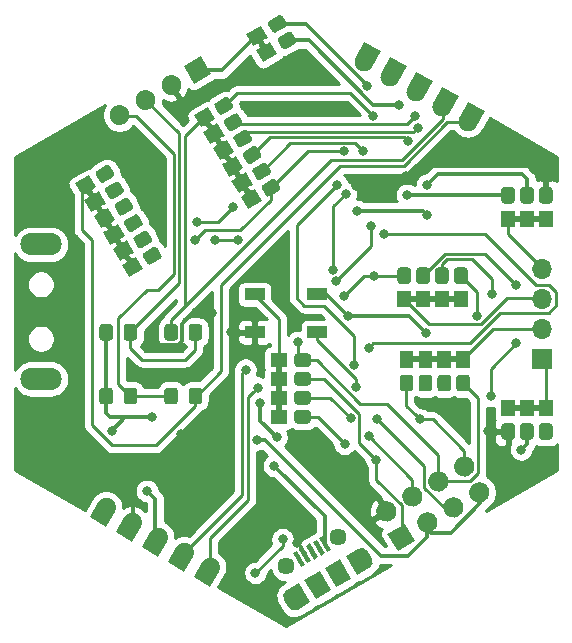
<source format=gbr>
G04 #@! TF.GenerationSoftware,KiCad,Pcbnew,5.1.9-73d0e3b20d~88~ubuntu20.10.1*
G04 #@! TF.CreationDate,2021-03-27T00:21:14+01:00*
G04 #@! TF.ProjectId,esp8266_01,65737038-3236-4365-9f30-312e6b696361,rev?*
G04 #@! TF.SameCoordinates,Original*
G04 #@! TF.FileFunction,Copper,L2,Bot*
G04 #@! TF.FilePolarity,Positive*
%FSLAX46Y46*%
G04 Gerber Fmt 4.6, Leading zero omitted, Abs format (unit mm)*
G04 Created by KiCad (PCBNEW 5.1.9-73d0e3b20d~88~ubuntu20.10.1) date 2021-03-27 00:21:14*
%MOMM*%
%LPD*%
G01*
G04 APERTURE LIST*
G04 #@! TA.AperFunction,ComponentPad*
%ADD10C,0.100000*%
G04 #@! TD*
G04 #@! TA.AperFunction,SMDPad,CuDef*
%ADD11C,0.100000*%
G04 #@! TD*
G04 #@! TA.AperFunction,ComponentPad*
%ADD12C,1.450000*%
G04 #@! TD*
G04 #@! TA.AperFunction,SMDPad,CuDef*
%ADD13R,1.700000X1.000000*%
G04 #@! TD*
G04 #@! TA.AperFunction,ComponentPad*
%ADD14O,3.500000X1.900000*%
G04 #@! TD*
G04 #@! TA.AperFunction,ComponentPad*
%ADD15O,1.700000X1.700000*%
G04 #@! TD*
G04 #@! TA.AperFunction,ComponentPad*
%ADD16R,1.700000X1.700000*%
G04 #@! TD*
G04 #@! TA.AperFunction,ViaPad*
%ADD17C,0.800000*%
G04 #@! TD*
G04 #@! TA.AperFunction,Conductor*
%ADD18C,0.250000*%
G04 #@! TD*
G04 #@! TA.AperFunction,Conductor*
%ADD19C,0.350000*%
G04 #@! TD*
G04 #@! TA.AperFunction,Conductor*
%ADD20C,0.254000*%
G04 #@! TD*
G04 #@! TA.AperFunction,Conductor*
%ADD21C,0.100000*%
G04 #@! TD*
G04 APERTURE END LIST*
G04 #@! TA.AperFunction,ComponentPad*
D10*
G36*
X203971884Y-92343057D02*
G01*
X204706884Y-91070000D01*
X204707719Y-91070482D01*
X204727346Y-91036487D01*
X204773075Y-90972672D01*
X204824839Y-90913646D01*
X204882139Y-90859978D01*
X204944424Y-90812186D01*
X205011093Y-90770728D01*
X205081505Y-90736005D01*
X205154981Y-90708350D01*
X205230815Y-90688030D01*
X205308275Y-90675242D01*
X205386615Y-90670107D01*
X205465081Y-90672676D01*
X205542917Y-90682923D01*
X205619375Y-90700751D01*
X205693717Y-90725987D01*
X205765227Y-90758388D01*
X205833217Y-90797642D01*
X205897032Y-90843371D01*
X205956058Y-90895135D01*
X206009726Y-90952435D01*
X206057518Y-91014720D01*
X206098976Y-91081389D01*
X206133699Y-91151801D01*
X206161354Y-91225277D01*
X206181674Y-91301111D01*
X206194462Y-91378571D01*
X206199597Y-91456911D01*
X206197028Y-91535377D01*
X206186781Y-91613213D01*
X206168953Y-91689671D01*
X206143717Y-91764013D01*
X206111316Y-91835523D01*
X206091689Y-91869518D01*
X206092524Y-91870000D01*
X205357524Y-93143057D01*
X203971884Y-92343057D01*
G37*
G04 #@! TD.AperFunction*
G04 #@! TA.AperFunction,ComponentPad*
G36*
X201772180Y-91073057D02*
G01*
X202507180Y-89800000D01*
X202508015Y-89800482D01*
X202527642Y-89766487D01*
X202573371Y-89702672D01*
X202625135Y-89643646D01*
X202682435Y-89589978D01*
X202744720Y-89542186D01*
X202811389Y-89500728D01*
X202881801Y-89466005D01*
X202955277Y-89438350D01*
X203031111Y-89418030D01*
X203108571Y-89405242D01*
X203186911Y-89400107D01*
X203265377Y-89402676D01*
X203343213Y-89412923D01*
X203419671Y-89430751D01*
X203494013Y-89455987D01*
X203565523Y-89488388D01*
X203633513Y-89527642D01*
X203697328Y-89573371D01*
X203756354Y-89625135D01*
X203810022Y-89682435D01*
X203857814Y-89744720D01*
X203899272Y-89811389D01*
X203933995Y-89881801D01*
X203961650Y-89955277D01*
X203981970Y-90031111D01*
X203994758Y-90108571D01*
X203999893Y-90186911D01*
X203997324Y-90265377D01*
X203987077Y-90343213D01*
X203969249Y-90419671D01*
X203944013Y-90494013D01*
X203911612Y-90565523D01*
X203891985Y-90599518D01*
X203892820Y-90600000D01*
X203157820Y-91873057D01*
X201772180Y-91073057D01*
G37*
G04 #@! TD.AperFunction*
G04 #@! TA.AperFunction,ComponentPad*
G36*
X199572475Y-89803057D02*
G01*
X200307475Y-88530000D01*
X200308310Y-88530482D01*
X200327937Y-88496487D01*
X200373666Y-88432672D01*
X200425430Y-88373646D01*
X200482730Y-88319978D01*
X200545015Y-88272186D01*
X200611684Y-88230728D01*
X200682096Y-88196005D01*
X200755572Y-88168350D01*
X200831406Y-88148030D01*
X200908866Y-88135242D01*
X200987206Y-88130107D01*
X201065672Y-88132676D01*
X201143508Y-88142923D01*
X201219966Y-88160751D01*
X201294308Y-88185987D01*
X201365818Y-88218388D01*
X201433808Y-88257642D01*
X201497623Y-88303371D01*
X201556649Y-88355135D01*
X201610317Y-88412435D01*
X201658109Y-88474720D01*
X201699567Y-88541389D01*
X201734290Y-88611801D01*
X201761945Y-88685277D01*
X201782265Y-88761111D01*
X201795053Y-88838571D01*
X201800188Y-88916911D01*
X201797619Y-88995377D01*
X201787372Y-89073213D01*
X201769544Y-89149671D01*
X201744308Y-89224013D01*
X201711907Y-89295523D01*
X201692280Y-89329518D01*
X201693115Y-89330000D01*
X200958115Y-90603057D01*
X199572475Y-89803057D01*
G37*
G04 #@! TD.AperFunction*
G04 #@! TA.AperFunction,ComponentPad*
G36*
X197372771Y-88533057D02*
G01*
X198107771Y-87260000D01*
X198108606Y-87260482D01*
X198128233Y-87226487D01*
X198173962Y-87162672D01*
X198225726Y-87103646D01*
X198283026Y-87049978D01*
X198345311Y-87002186D01*
X198411980Y-86960728D01*
X198482392Y-86926005D01*
X198555868Y-86898350D01*
X198631702Y-86878030D01*
X198709162Y-86865242D01*
X198787502Y-86860107D01*
X198865968Y-86862676D01*
X198943804Y-86872923D01*
X199020262Y-86890751D01*
X199094604Y-86915987D01*
X199166114Y-86948388D01*
X199234104Y-86987642D01*
X199297919Y-87033371D01*
X199356945Y-87085135D01*
X199410613Y-87142435D01*
X199458405Y-87204720D01*
X199499863Y-87271389D01*
X199534586Y-87341801D01*
X199562241Y-87415277D01*
X199582561Y-87491111D01*
X199595349Y-87568571D01*
X199600484Y-87646911D01*
X199597915Y-87725377D01*
X199587668Y-87803213D01*
X199569840Y-87879671D01*
X199544604Y-87954013D01*
X199512203Y-88025523D01*
X199492576Y-88059518D01*
X199493411Y-88060000D01*
X198758411Y-89333057D01*
X197372771Y-88533057D01*
G37*
G04 #@! TD.AperFunction*
G04 #@! TA.AperFunction,ComponentPad*
G36*
X195173066Y-87263057D02*
G01*
X195908066Y-85990000D01*
X195908901Y-85990482D01*
X195928528Y-85956487D01*
X195974257Y-85892672D01*
X196026021Y-85833646D01*
X196083321Y-85779978D01*
X196145606Y-85732186D01*
X196212275Y-85690728D01*
X196282687Y-85656005D01*
X196356163Y-85628350D01*
X196431997Y-85608030D01*
X196509457Y-85595242D01*
X196587797Y-85590107D01*
X196666263Y-85592676D01*
X196744099Y-85602923D01*
X196820557Y-85620751D01*
X196894899Y-85645987D01*
X196966409Y-85678388D01*
X197034399Y-85717642D01*
X197098214Y-85763371D01*
X197157240Y-85815135D01*
X197210908Y-85872435D01*
X197258700Y-85934720D01*
X197300158Y-86001389D01*
X197334881Y-86071801D01*
X197362536Y-86145277D01*
X197382856Y-86221111D01*
X197395644Y-86298571D01*
X197400779Y-86376911D01*
X197398210Y-86455377D01*
X197387963Y-86533213D01*
X197370135Y-86609671D01*
X197344899Y-86684013D01*
X197312498Y-86755523D01*
X197292871Y-86789518D01*
X197293706Y-86790000D01*
X196558706Y-88063057D01*
X195173066Y-87263057D01*
G37*
G04 #@! TD.AperFunction*
G04 #@! TA.AperFunction,ComponentPad*
G36*
X228626638Y-52906943D02*
G01*
X227891638Y-54180000D01*
X227890803Y-54179518D01*
X227871176Y-54213513D01*
X227825447Y-54277328D01*
X227773683Y-54336354D01*
X227716383Y-54390022D01*
X227654098Y-54437814D01*
X227587429Y-54479272D01*
X227517017Y-54513995D01*
X227443541Y-54541650D01*
X227367707Y-54561970D01*
X227290247Y-54574758D01*
X227211907Y-54579893D01*
X227133441Y-54577324D01*
X227055605Y-54567077D01*
X226979147Y-54549249D01*
X226904805Y-54524013D01*
X226833295Y-54491612D01*
X226765305Y-54452358D01*
X226701490Y-54406629D01*
X226642464Y-54354865D01*
X226588796Y-54297565D01*
X226541004Y-54235280D01*
X226499546Y-54168611D01*
X226464823Y-54098199D01*
X226437168Y-54024723D01*
X226416848Y-53948889D01*
X226404060Y-53871429D01*
X226398925Y-53793089D01*
X226401494Y-53714623D01*
X226411741Y-53636787D01*
X226429569Y-53560329D01*
X226454805Y-53485987D01*
X226487206Y-53414477D01*
X226506833Y-53380482D01*
X226505998Y-53380000D01*
X227240998Y-52106943D01*
X228626638Y-52906943D01*
G37*
G04 #@! TD.AperFunction*
G04 #@! TA.AperFunction,ComponentPad*
G36*
X226426934Y-51636943D02*
G01*
X225691934Y-52910000D01*
X225691099Y-52909518D01*
X225671472Y-52943513D01*
X225625743Y-53007328D01*
X225573979Y-53066354D01*
X225516679Y-53120022D01*
X225454394Y-53167814D01*
X225387725Y-53209272D01*
X225317313Y-53243995D01*
X225243837Y-53271650D01*
X225168003Y-53291970D01*
X225090543Y-53304758D01*
X225012203Y-53309893D01*
X224933737Y-53307324D01*
X224855901Y-53297077D01*
X224779443Y-53279249D01*
X224705101Y-53254013D01*
X224633591Y-53221612D01*
X224565601Y-53182358D01*
X224501786Y-53136629D01*
X224442760Y-53084865D01*
X224389092Y-53027565D01*
X224341300Y-52965280D01*
X224299842Y-52898611D01*
X224265119Y-52828199D01*
X224237464Y-52754723D01*
X224217144Y-52678889D01*
X224204356Y-52601429D01*
X224199221Y-52523089D01*
X224201790Y-52444623D01*
X224212037Y-52366787D01*
X224229865Y-52290329D01*
X224255101Y-52215987D01*
X224287502Y-52144477D01*
X224307129Y-52110482D01*
X224306294Y-52110000D01*
X225041294Y-50836943D01*
X226426934Y-51636943D01*
G37*
G04 #@! TD.AperFunction*
G04 #@! TA.AperFunction,ComponentPad*
G36*
X224227229Y-50366943D02*
G01*
X223492229Y-51640000D01*
X223491394Y-51639518D01*
X223471767Y-51673513D01*
X223426038Y-51737328D01*
X223374274Y-51796354D01*
X223316974Y-51850022D01*
X223254689Y-51897814D01*
X223188020Y-51939272D01*
X223117608Y-51973995D01*
X223044132Y-52001650D01*
X222968298Y-52021970D01*
X222890838Y-52034758D01*
X222812498Y-52039893D01*
X222734032Y-52037324D01*
X222656196Y-52027077D01*
X222579738Y-52009249D01*
X222505396Y-51984013D01*
X222433886Y-51951612D01*
X222365896Y-51912358D01*
X222302081Y-51866629D01*
X222243055Y-51814865D01*
X222189387Y-51757565D01*
X222141595Y-51695280D01*
X222100137Y-51628611D01*
X222065414Y-51558199D01*
X222037759Y-51484723D01*
X222017439Y-51408889D01*
X222004651Y-51331429D01*
X221999516Y-51253089D01*
X222002085Y-51174623D01*
X222012332Y-51096787D01*
X222030160Y-51020329D01*
X222055396Y-50945987D01*
X222087797Y-50874477D01*
X222107424Y-50840482D01*
X222106589Y-50840000D01*
X222841589Y-49566943D01*
X224227229Y-50366943D01*
G37*
G04 #@! TD.AperFunction*
G04 #@! TA.AperFunction,ComponentPad*
G36*
X222027525Y-49096943D02*
G01*
X221292525Y-50370000D01*
X221291690Y-50369518D01*
X221272063Y-50403513D01*
X221226334Y-50467328D01*
X221174570Y-50526354D01*
X221117270Y-50580022D01*
X221054985Y-50627814D01*
X220988316Y-50669272D01*
X220917904Y-50703995D01*
X220844428Y-50731650D01*
X220768594Y-50751970D01*
X220691134Y-50764758D01*
X220612794Y-50769893D01*
X220534328Y-50767324D01*
X220456492Y-50757077D01*
X220380034Y-50739249D01*
X220305692Y-50714013D01*
X220234182Y-50681612D01*
X220166192Y-50642358D01*
X220102377Y-50596629D01*
X220043351Y-50544865D01*
X219989683Y-50487565D01*
X219941891Y-50425280D01*
X219900433Y-50358611D01*
X219865710Y-50288199D01*
X219838055Y-50214723D01*
X219817735Y-50138889D01*
X219804947Y-50061429D01*
X219799812Y-49983089D01*
X219802381Y-49904623D01*
X219812628Y-49826787D01*
X219830456Y-49750329D01*
X219855692Y-49675987D01*
X219888093Y-49604477D01*
X219907720Y-49570482D01*
X219906885Y-49570000D01*
X220641885Y-48296943D01*
X222027525Y-49096943D01*
G37*
G04 #@! TD.AperFunction*
G04 #@! TA.AperFunction,ComponentPad*
G36*
X219827820Y-47826943D02*
G01*
X219092820Y-49100000D01*
X219091985Y-49099518D01*
X219072358Y-49133513D01*
X219026629Y-49197328D01*
X218974865Y-49256354D01*
X218917565Y-49310022D01*
X218855280Y-49357814D01*
X218788611Y-49399272D01*
X218718199Y-49433995D01*
X218644723Y-49461650D01*
X218568889Y-49481970D01*
X218491429Y-49494758D01*
X218413089Y-49499893D01*
X218334623Y-49497324D01*
X218256787Y-49487077D01*
X218180329Y-49469249D01*
X218105987Y-49444013D01*
X218034477Y-49411612D01*
X217966487Y-49372358D01*
X217902672Y-49326629D01*
X217843646Y-49274865D01*
X217789978Y-49217565D01*
X217742186Y-49155280D01*
X217700728Y-49088611D01*
X217666005Y-49018199D01*
X217638350Y-48944723D01*
X217618030Y-48868889D01*
X217605242Y-48791429D01*
X217600107Y-48713089D01*
X217602676Y-48634623D01*
X217612923Y-48556787D01*
X217630751Y-48480329D01*
X217655987Y-48405987D01*
X217688388Y-48334477D01*
X217708015Y-48300482D01*
X217707180Y-48300000D01*
X218442180Y-47026943D01*
X219827820Y-47826943D01*
G37*
G04 #@! TD.AperFunction*
G04 #@! TA.AperFunction,SMDPad,CuDef*
D11*
G36*
X233225000Y-62700000D02*
G01*
X233225000Y-62250000D01*
X232775000Y-62250000D01*
X232775000Y-62700000D01*
X231625000Y-62700000D01*
X231625000Y-62250000D01*
X231175000Y-62250000D01*
X231175000Y-62700000D01*
X230025000Y-62700000D01*
X230025000Y-61300000D01*
X231175000Y-61300000D01*
X231175000Y-61750000D01*
X231625000Y-61750000D01*
X231625000Y-61300000D01*
X232775000Y-61300000D01*
X232775000Y-61750000D01*
X233225000Y-61750000D01*
X233225000Y-61300000D01*
X234375000Y-61300000D01*
X234375000Y-62700000D01*
X233225000Y-62700000D01*
G37*
G04 #@! TD.AperFunction*
G04 #@! TA.AperFunction,SMDPad,CuDef*
G36*
G01*
X233225000Y-60450450D02*
X233225000Y-59549550D01*
G75*
G02*
X233474550Y-59300000I249550J0D01*
G01*
X234125450Y-59300000D01*
G75*
G02*
X234375000Y-59549550I0J-249550D01*
G01*
X234375000Y-60450450D01*
G75*
G02*
X234125450Y-60700000I-249550J0D01*
G01*
X233474550Y-60700000D01*
G75*
G02*
X233225000Y-60450450I0J249550D01*
G01*
G37*
G04 #@! TD.AperFunction*
G04 #@! TA.AperFunction,SMDPad,CuDef*
G36*
G01*
X232775000Y-59549550D02*
X232775000Y-60450450D01*
G75*
G02*
X232525450Y-60700000I-249550J0D01*
G01*
X231874550Y-60700000D01*
G75*
G02*
X231625000Y-60450450I0J249550D01*
G01*
X231625000Y-59549550D01*
G75*
G02*
X231874550Y-59300000I249550J0D01*
G01*
X232525450Y-59300000D01*
G75*
G02*
X232775000Y-59549550I0J-249550D01*
G01*
G37*
G04 #@! TD.AperFunction*
G04 #@! TA.AperFunction,SMDPad,CuDef*
G36*
G01*
X230025000Y-60450001D02*
X230025000Y-59549999D01*
G75*
G02*
X230274999Y-59300000I249999J0D01*
G01*
X230925001Y-59300000D01*
G75*
G02*
X231175000Y-59549999I0J-249999D01*
G01*
X231175000Y-60450001D01*
G75*
G02*
X230925001Y-60700000I-249999J0D01*
G01*
X230274999Y-60700000D01*
G75*
G02*
X230025000Y-60450001I0J249999D01*
G01*
G37*
G04 #@! TD.AperFunction*
G04 #@! TA.AperFunction,SMDPad,CuDef*
G36*
X231175000Y-77300000D02*
G01*
X231175000Y-77750000D01*
X231625000Y-77750000D01*
X231625000Y-77300000D01*
X232775000Y-77300000D01*
X232775000Y-77750000D01*
X233225000Y-77750000D01*
X233225000Y-77300000D01*
X234375000Y-77300000D01*
X234375000Y-78700000D01*
X233225000Y-78700000D01*
X233225000Y-78250000D01*
X232775000Y-78250000D01*
X232775000Y-78700000D01*
X231625000Y-78700000D01*
X231625000Y-78250000D01*
X231175000Y-78250000D01*
X231175000Y-78700000D01*
X230025000Y-78700000D01*
X230025000Y-77300000D01*
X231175000Y-77300000D01*
G37*
G04 #@! TD.AperFunction*
G04 #@! TA.AperFunction,SMDPad,CuDef*
G36*
G01*
X231175000Y-79549550D02*
X231175000Y-80450450D01*
G75*
G02*
X230925450Y-80700000I-249550J0D01*
G01*
X230274550Y-80700000D01*
G75*
G02*
X230025000Y-80450450I0J249550D01*
G01*
X230025000Y-79549550D01*
G75*
G02*
X230274550Y-79300000I249550J0D01*
G01*
X230925450Y-79300000D01*
G75*
G02*
X231175000Y-79549550I0J-249550D01*
G01*
G37*
G04 #@! TD.AperFunction*
G04 #@! TA.AperFunction,SMDPad,CuDef*
G36*
G01*
X231625000Y-80450450D02*
X231625000Y-79549550D01*
G75*
G02*
X231874550Y-79300000I249550J0D01*
G01*
X232525450Y-79300000D01*
G75*
G02*
X232775000Y-79549550I0J-249550D01*
G01*
X232775000Y-80450450D01*
G75*
G02*
X232525450Y-80700000I-249550J0D01*
G01*
X231874550Y-80700000D01*
G75*
G02*
X231625000Y-80450450I0J249550D01*
G01*
G37*
G04 #@! TD.AperFunction*
G04 #@! TA.AperFunction,SMDPad,CuDef*
G36*
G01*
X234375000Y-79549999D02*
X234375000Y-80450001D01*
G75*
G02*
X234125001Y-80700000I-249999J0D01*
G01*
X233474999Y-80700000D01*
G75*
G02*
X233225000Y-80450001I0J249999D01*
G01*
X233225000Y-79549999D01*
G75*
G02*
X233474999Y-79300000I249999J0D01*
G01*
X234125001Y-79300000D01*
G75*
G02*
X234375000Y-79549999I0J-249999D01*
G01*
G37*
G04 #@! TD.AperFunction*
G04 #@! TA.AperFunction,SMDPad,CuDef*
G36*
X210500000Y-78175000D02*
G01*
X210950000Y-78175000D01*
X210950000Y-77725000D01*
X210500000Y-77725000D01*
X210500000Y-76575000D01*
X210950000Y-76575000D01*
X210950000Y-76125000D01*
X210500000Y-76125000D01*
X210500000Y-74975000D01*
X210950000Y-74975000D01*
X210950000Y-74525000D01*
X210500000Y-74525000D01*
X210500000Y-73375000D01*
X211900000Y-73375000D01*
X211900000Y-74525000D01*
X211450000Y-74525000D01*
X211450000Y-74975000D01*
X211900000Y-74975000D01*
X211900000Y-76125000D01*
X211450000Y-76125000D01*
X211450000Y-76575000D01*
X211900000Y-76575000D01*
X211900000Y-77725000D01*
X211450000Y-77725000D01*
X211450000Y-78175000D01*
X211900000Y-78175000D01*
X211900000Y-79325000D01*
X210500000Y-79325000D01*
X210500000Y-78175000D01*
G37*
G04 #@! TD.AperFunction*
G04 #@! TA.AperFunction,SMDPad,CuDef*
G36*
G01*
X213650450Y-79325000D02*
X212749550Y-79325000D01*
G75*
G02*
X212500000Y-79075450I0J249550D01*
G01*
X212500000Y-78424550D01*
G75*
G02*
X212749550Y-78175000I249550J0D01*
G01*
X213650450Y-78175000D01*
G75*
G02*
X213900000Y-78424550I0J-249550D01*
G01*
X213900000Y-79075450D01*
G75*
G02*
X213650450Y-79325000I-249550J0D01*
G01*
G37*
G04 #@! TD.AperFunction*
G04 #@! TA.AperFunction,SMDPad,CuDef*
G36*
G01*
X212749550Y-76575000D02*
X213650450Y-76575000D01*
G75*
G02*
X213900000Y-76824550I0J-249550D01*
G01*
X213900000Y-77475450D01*
G75*
G02*
X213650450Y-77725000I-249550J0D01*
G01*
X212749550Y-77725000D01*
G75*
G02*
X212500000Y-77475450I0J249550D01*
G01*
X212500000Y-76824550D01*
G75*
G02*
X212749550Y-76575000I249550J0D01*
G01*
G37*
G04 #@! TD.AperFunction*
G04 #@! TA.AperFunction,SMDPad,CuDef*
G36*
G01*
X213650450Y-76125000D02*
X212749550Y-76125000D01*
G75*
G02*
X212500000Y-75875450I0J249550D01*
G01*
X212500000Y-75224550D01*
G75*
G02*
X212749550Y-74975000I249550J0D01*
G01*
X213650450Y-74975000D01*
G75*
G02*
X213900000Y-75224550I0J-249550D01*
G01*
X213900000Y-75875450D01*
G75*
G02*
X213650450Y-76125000I-249550J0D01*
G01*
G37*
G04 #@! TD.AperFunction*
G04 #@! TA.AperFunction,SMDPad,CuDef*
G36*
G01*
X212749999Y-73375000D02*
X213650001Y-73375000D01*
G75*
G02*
X213900000Y-73624999I0J-249999D01*
G01*
X213900000Y-74275001D01*
G75*
G02*
X213650001Y-74525000I-249999J0D01*
G01*
X212749999Y-74525000D01*
G75*
G02*
X212500000Y-74275001I0J249999D01*
G01*
X212500000Y-73624999D01*
G75*
G02*
X212749999Y-73375000I249999J0D01*
G01*
G37*
G04 #@! TD.AperFunction*
G04 #@! TA.AperFunction,SMDPad,CuDef*
G36*
X226025000Y-69500000D02*
G01*
X226025000Y-69050000D01*
X225575000Y-69050000D01*
X225575000Y-69500000D01*
X224425000Y-69500000D01*
X224425000Y-69050000D01*
X223975000Y-69050000D01*
X223975000Y-69500000D01*
X222825000Y-69500000D01*
X222825000Y-69050000D01*
X222375000Y-69050000D01*
X222375000Y-69500000D01*
X221225000Y-69500000D01*
X221225000Y-68100000D01*
X222375000Y-68100000D01*
X222375000Y-68550000D01*
X222825000Y-68550000D01*
X222825000Y-68100000D01*
X223975000Y-68100000D01*
X223975000Y-68550000D01*
X224425000Y-68550000D01*
X224425000Y-68100000D01*
X225575000Y-68100000D01*
X225575000Y-68550000D01*
X226025000Y-68550000D01*
X226025000Y-68100000D01*
X227175000Y-68100000D01*
X227175000Y-69500000D01*
X226025000Y-69500000D01*
G37*
G04 #@! TD.AperFunction*
G04 #@! TA.AperFunction,SMDPad,CuDef*
G36*
G01*
X227175000Y-66349550D02*
X227175000Y-67250450D01*
G75*
G02*
X226925450Y-67500000I-249550J0D01*
G01*
X226274550Y-67500000D01*
G75*
G02*
X226025000Y-67250450I0J249550D01*
G01*
X226025000Y-66349550D01*
G75*
G02*
X226274550Y-66100000I249550J0D01*
G01*
X226925450Y-66100000D01*
G75*
G02*
X227175000Y-66349550I0J-249550D01*
G01*
G37*
G04 #@! TD.AperFunction*
G04 #@! TA.AperFunction,SMDPad,CuDef*
G36*
G01*
X224425000Y-67250450D02*
X224425000Y-66349550D01*
G75*
G02*
X224674550Y-66100000I249550J0D01*
G01*
X225325450Y-66100000D01*
G75*
G02*
X225575000Y-66349550I0J-249550D01*
G01*
X225575000Y-67250450D01*
G75*
G02*
X225325450Y-67500000I-249550J0D01*
G01*
X224674550Y-67500000D01*
G75*
G02*
X224425000Y-67250450I0J249550D01*
G01*
G37*
G04 #@! TD.AperFunction*
G04 #@! TA.AperFunction,SMDPad,CuDef*
G36*
G01*
X223975000Y-66349550D02*
X223975000Y-67250450D01*
G75*
G02*
X223725450Y-67500000I-249550J0D01*
G01*
X223074550Y-67500000D01*
G75*
G02*
X222825000Y-67250450I0J249550D01*
G01*
X222825000Y-66349550D01*
G75*
G02*
X223074550Y-66100000I249550J0D01*
G01*
X223725450Y-66100000D01*
G75*
G02*
X223975000Y-66349550I0J-249550D01*
G01*
G37*
G04 #@! TD.AperFunction*
G04 #@! TA.AperFunction,SMDPad,CuDef*
G36*
G01*
X221225000Y-67250001D02*
X221225000Y-66349999D01*
G75*
G02*
X221474999Y-66100000I249999J0D01*
G01*
X222125001Y-66100000D01*
G75*
G02*
X222375000Y-66349999I0J-249999D01*
G01*
X222375000Y-67250001D01*
G75*
G02*
X222125001Y-67500000I-249999J0D01*
G01*
X221474999Y-67500000D01*
G75*
G02*
X221225000Y-67250001I0J249999D01*
G01*
G37*
G04 #@! TD.AperFunction*
G04 #@! TA.AperFunction,SMDPad,CuDef*
G36*
X222575000Y-73200000D02*
G01*
X222575000Y-73650000D01*
X223025000Y-73650000D01*
X223025000Y-73200000D01*
X224175000Y-73200000D01*
X224175000Y-73650000D01*
X224625000Y-73650000D01*
X224625000Y-73200000D01*
X225775000Y-73200000D01*
X225775000Y-73650000D01*
X226225000Y-73650000D01*
X226225000Y-73200000D01*
X227375000Y-73200000D01*
X227375000Y-74600000D01*
X226225000Y-74600000D01*
X226225000Y-74150000D01*
X225775000Y-74150000D01*
X225775000Y-74600000D01*
X224625000Y-74600000D01*
X224625000Y-74150000D01*
X224175000Y-74150000D01*
X224175000Y-74600000D01*
X223025000Y-74600000D01*
X223025000Y-74150000D01*
X222575000Y-74150000D01*
X222575000Y-74600000D01*
X221425000Y-74600000D01*
X221425000Y-73200000D01*
X222575000Y-73200000D01*
G37*
G04 #@! TD.AperFunction*
G04 #@! TA.AperFunction,SMDPad,CuDef*
G36*
G01*
X221425000Y-76350450D02*
X221425000Y-75449550D01*
G75*
G02*
X221674550Y-75200000I249550J0D01*
G01*
X222325450Y-75200000D01*
G75*
G02*
X222575000Y-75449550I0J-249550D01*
G01*
X222575000Y-76350450D01*
G75*
G02*
X222325450Y-76600000I-249550J0D01*
G01*
X221674550Y-76600000D01*
G75*
G02*
X221425000Y-76350450I0J249550D01*
G01*
G37*
G04 #@! TD.AperFunction*
G04 #@! TA.AperFunction,SMDPad,CuDef*
G36*
G01*
X224175000Y-75449550D02*
X224175000Y-76350450D01*
G75*
G02*
X223925450Y-76600000I-249550J0D01*
G01*
X223274550Y-76600000D01*
G75*
G02*
X223025000Y-76350450I0J249550D01*
G01*
X223025000Y-75449550D01*
G75*
G02*
X223274550Y-75200000I249550J0D01*
G01*
X223925450Y-75200000D01*
G75*
G02*
X224175000Y-75449550I0J-249550D01*
G01*
G37*
G04 #@! TD.AperFunction*
G04 #@! TA.AperFunction,SMDPad,CuDef*
G36*
G01*
X224625000Y-76350450D02*
X224625000Y-75449550D01*
G75*
G02*
X224874550Y-75200000I249550J0D01*
G01*
X225525450Y-75200000D01*
G75*
G02*
X225775000Y-75449550I0J-249550D01*
G01*
X225775000Y-76350450D01*
G75*
G02*
X225525450Y-76600000I-249550J0D01*
G01*
X224874550Y-76600000D01*
G75*
G02*
X224625000Y-76350450I0J249550D01*
G01*
G37*
G04 #@! TD.AperFunction*
G04 #@! TA.AperFunction,SMDPad,CuDef*
G36*
G01*
X227375000Y-75449999D02*
X227375000Y-76350001D01*
G75*
G02*
X227125001Y-76600000I-249999J0D01*
G01*
X226474999Y-76600000D01*
G75*
G02*
X226225000Y-76350001I0J249999D01*
G01*
X226225000Y-75449999D01*
G75*
G02*
X226474999Y-75200000I249999J0D01*
G01*
X227125001Y-75200000D01*
G75*
G02*
X227375000Y-75449999I0J-249999D01*
G01*
G37*
G04 #@! TD.AperFunction*
G04 #@! TA.AperFunction,SMDPad,CuDef*
G36*
X209247436Y-47732420D02*
G01*
X209637148Y-47507420D01*
X209412148Y-47117709D01*
X209022436Y-47342709D01*
X208447436Y-46346779D01*
X209659872Y-45646779D01*
X210234872Y-46642709D01*
X209845160Y-46867709D01*
X210070160Y-47257420D01*
X210459872Y-47032420D01*
X211034872Y-48028349D01*
X209822436Y-48728349D01*
X209247436Y-47732420D01*
G37*
G04 #@! TD.AperFunction*
G04 #@! TA.AperFunction,SMDPad,CuDef*
G36*
G01*
X212550806Y-47153125D02*
X211770604Y-47603575D01*
G75*
G02*
X211429712Y-47512233I-124775J216117D01*
G01*
X211104262Y-46948537D01*
G75*
G02*
X211195604Y-46607645I216117J124775D01*
G01*
X211975806Y-46157195D01*
G75*
G02*
X212316698Y-46248537I124775J-216117D01*
G01*
X212642148Y-46812233D01*
G75*
G02*
X212550806Y-47153125I-216117J-124775D01*
G01*
G37*
G04 #@! TD.AperFunction*
G04 #@! TA.AperFunction,SMDPad,CuDef*
G36*
G01*
X210395993Y-45221780D02*
X211175418Y-44771779D01*
G75*
G02*
X211516922Y-44863284I124999J-216505D01*
G01*
X211841923Y-45426203D01*
G75*
G02*
X211750418Y-45767708I-216505J-125000D01*
G01*
X210970993Y-46217709D01*
G75*
G02*
X210629488Y-46126203I-125000J216505D01*
G01*
X210304487Y-45563284D01*
G75*
G02*
X210395993Y-45221780I216505J124999D01*
G01*
G37*
G04 #@! TD.AperFunction*
G04 #@! TA.AperFunction,SMDPad,CuDef*
G36*
X207980385Y-60144486D02*
G01*
X208370097Y-59919486D01*
X208170097Y-59573076D01*
X207780385Y-59798076D01*
X207180385Y-58758845D01*
X207570097Y-58533845D01*
X207370097Y-58187435D01*
X206980385Y-58412435D01*
X206380385Y-57373205D01*
X206770097Y-57148205D01*
X206570097Y-56801795D01*
X206180385Y-57026795D01*
X205580385Y-55987564D01*
X205970097Y-55762564D01*
X205770097Y-55416154D01*
X205380385Y-55641154D01*
X204780385Y-54601923D01*
X205170097Y-54376923D01*
X204957597Y-54008863D01*
X204567885Y-54233863D01*
X203992885Y-53237933D01*
X205205321Y-52537933D01*
X205780321Y-53533863D01*
X205390609Y-53758863D01*
X205603109Y-54126923D01*
X205992821Y-53901923D01*
X206592821Y-54941154D01*
X206203109Y-55166154D01*
X206403109Y-55512564D01*
X206792821Y-55287564D01*
X207392821Y-56326795D01*
X207003109Y-56551795D01*
X207203109Y-56898205D01*
X207592821Y-56673205D01*
X208192821Y-57712435D01*
X207803109Y-57937435D01*
X208003109Y-58283845D01*
X208392821Y-58058845D01*
X208992821Y-59098076D01*
X208603109Y-59323076D01*
X208803109Y-59669486D01*
X209192821Y-59444486D01*
X209792821Y-60483716D01*
X208580385Y-61183716D01*
X207980385Y-60144486D01*
G37*
G04 #@! TD.AperFunction*
G04 #@! TA.AperFunction,SMDPad,CuDef*
G36*
G01*
X209854450Y-59091361D02*
X210634652Y-58640911D01*
G75*
G02*
X210975544Y-58732253I124775J-216117D01*
G01*
X211300994Y-59295949D01*
G75*
G02*
X211209652Y-59636841I-216117J-124775D01*
G01*
X210429450Y-60087291D01*
G75*
G02*
X210088558Y-59995949I-124775J216117D01*
G01*
X209763108Y-59432253D01*
G75*
G02*
X209854450Y-59091361I216117J124775D01*
G01*
G37*
G04 #@! TD.AperFunction*
G04 #@! TA.AperFunction,SMDPad,CuDef*
G36*
G01*
X209054450Y-57705721D02*
X209834652Y-57255271D01*
G75*
G02*
X210175544Y-57346613I124775J-216117D01*
G01*
X210500994Y-57910309D01*
G75*
G02*
X210409652Y-58251201I-216117J-124775D01*
G01*
X209629450Y-58701651D01*
G75*
G02*
X209288558Y-58610309I-124775J216117D01*
G01*
X208963108Y-58046613D01*
G75*
G02*
X209054450Y-57705721I216117J124775D01*
G01*
G37*
G04 #@! TD.AperFunction*
G04 #@! TA.AperFunction,SMDPad,CuDef*
G36*
G01*
X209609652Y-56865560D02*
X208829450Y-57316010D01*
G75*
G02*
X208488558Y-57224668I-124775J216117D01*
G01*
X208163108Y-56660972D01*
G75*
G02*
X208254450Y-56320080I216117J124775D01*
G01*
X209034652Y-55869630D01*
G75*
G02*
X209375544Y-55960972I124775J-216117D01*
G01*
X209700994Y-56524668D01*
G75*
G02*
X209609652Y-56865560I-216117J-124775D01*
G01*
G37*
G04 #@! TD.AperFunction*
G04 #@! TA.AperFunction,SMDPad,CuDef*
G36*
G01*
X207454450Y-54934439D02*
X208234652Y-54483989D01*
G75*
G02*
X208575544Y-54575331I124775J-216117D01*
G01*
X208900994Y-55139027D01*
G75*
G02*
X208809652Y-55479919I-216117J-124775D01*
G01*
X208029450Y-55930369D01*
G75*
G02*
X207688558Y-55839027I-124775J216117D01*
G01*
X207363108Y-55275331D01*
G75*
G02*
X207454450Y-54934439I216117J124775D01*
G01*
G37*
G04 #@! TD.AperFunction*
G04 #@! TA.AperFunction,SMDPad,CuDef*
G36*
G01*
X208009652Y-54094279D02*
X207229450Y-54544729D01*
G75*
G02*
X206888558Y-54453387I-124775J216117D01*
G01*
X206563108Y-53889691D01*
G75*
G02*
X206654450Y-53548799I216117J124775D01*
G01*
X207434652Y-53098349D01*
G75*
G02*
X207775544Y-53189691I124775J-216117D01*
G01*
X208100994Y-53753387D01*
G75*
G02*
X208009652Y-54094279I-216117J-124775D01*
G01*
G37*
G04 #@! TD.AperFunction*
G04 #@! TA.AperFunction,SMDPad,CuDef*
G36*
G01*
X205854839Y-52162934D02*
X206634264Y-51712933D01*
G75*
G02*
X206975768Y-51804438I124999J-216505D01*
G01*
X207300769Y-52367357D01*
G75*
G02*
X207209264Y-52708862I-216505J-125000D01*
G01*
X206429839Y-53158863D01*
G75*
G02*
X206088334Y-53067357I-125000J216505D01*
G01*
X205763333Y-52504438D01*
G75*
G02*
X205854839Y-52162934I216505J124999D01*
G01*
G37*
G04 #@! TD.AperFunction*
G04 #@! TA.AperFunction,SMDPad,CuDef*
G36*
X197921539Y-65903332D02*
G01*
X198311251Y-65678332D01*
X198111251Y-65331922D01*
X197721539Y-65556922D01*
X197121539Y-64517691D01*
X197511251Y-64292691D01*
X197311251Y-63946281D01*
X196921539Y-64171281D01*
X196321539Y-63132051D01*
X196711251Y-62907051D01*
X196511251Y-62560641D01*
X196121539Y-62785641D01*
X195521539Y-61746410D01*
X195911251Y-61521410D01*
X195711251Y-61175000D01*
X195321539Y-61400000D01*
X194721539Y-60360769D01*
X195111251Y-60135769D01*
X194898751Y-59767709D01*
X194509039Y-59992709D01*
X193934039Y-58996779D01*
X195146475Y-58296779D01*
X195721475Y-59292709D01*
X195331763Y-59517709D01*
X195544263Y-59885769D01*
X195933975Y-59660769D01*
X196533975Y-60700000D01*
X196144263Y-60925000D01*
X196344263Y-61271410D01*
X196733975Y-61046410D01*
X197333975Y-62085641D01*
X196944263Y-62310641D01*
X197144263Y-62657051D01*
X197533975Y-62432051D01*
X198133975Y-63471281D01*
X197744263Y-63696281D01*
X197944263Y-64042691D01*
X198333975Y-63817691D01*
X198933975Y-64856922D01*
X198544263Y-65081922D01*
X198744263Y-65428332D01*
X199133975Y-65203332D01*
X199733975Y-66242562D01*
X198521539Y-66942562D01*
X197921539Y-65903332D01*
G37*
G04 #@! TD.AperFunction*
G04 #@! TA.AperFunction,SMDPad,CuDef*
G36*
G01*
X199795604Y-64850207D02*
X200575806Y-64399757D01*
G75*
G02*
X200916698Y-64491099I124775J-216117D01*
G01*
X201242148Y-65054795D01*
G75*
G02*
X201150806Y-65395687I-216117J-124775D01*
G01*
X200370604Y-65846137D01*
G75*
G02*
X200029712Y-65754795I-124775J216117D01*
G01*
X199704262Y-65191099D01*
G75*
G02*
X199795604Y-64850207I216117J124775D01*
G01*
G37*
G04 #@! TD.AperFunction*
G04 #@! TA.AperFunction,SMDPad,CuDef*
G36*
G01*
X198995604Y-63464567D02*
X199775806Y-63014117D01*
G75*
G02*
X200116698Y-63105459I124775J-216117D01*
G01*
X200442148Y-63669155D01*
G75*
G02*
X200350806Y-64010047I-216117J-124775D01*
G01*
X199570604Y-64460497D01*
G75*
G02*
X199229712Y-64369155I-124775J216117D01*
G01*
X198904262Y-63805459D01*
G75*
G02*
X198995604Y-63464567I216117J124775D01*
G01*
G37*
G04 #@! TD.AperFunction*
G04 #@! TA.AperFunction,SMDPad,CuDef*
G36*
G01*
X199550806Y-62624406D02*
X198770604Y-63074856D01*
G75*
G02*
X198429712Y-62983514I-124775J216117D01*
G01*
X198104262Y-62419818D01*
G75*
G02*
X198195604Y-62078926I216117J124775D01*
G01*
X198975806Y-61628476D01*
G75*
G02*
X199316698Y-61719818I124775J-216117D01*
G01*
X199642148Y-62283514D01*
G75*
G02*
X199550806Y-62624406I-216117J-124775D01*
G01*
G37*
G04 #@! TD.AperFunction*
G04 #@! TA.AperFunction,SMDPad,CuDef*
G36*
G01*
X197395604Y-60693285D02*
X198175806Y-60242835D01*
G75*
G02*
X198516698Y-60334177I124775J-216117D01*
G01*
X198842148Y-60897873D01*
G75*
G02*
X198750806Y-61238765I-216117J-124775D01*
G01*
X197970604Y-61689215D01*
G75*
G02*
X197629712Y-61597873I-124775J216117D01*
G01*
X197304262Y-61034177D01*
G75*
G02*
X197395604Y-60693285I216117J124775D01*
G01*
G37*
G04 #@! TD.AperFunction*
G04 #@! TA.AperFunction,SMDPad,CuDef*
G36*
G01*
X197950806Y-59853125D02*
X197170604Y-60303575D01*
G75*
G02*
X196829712Y-60212233I-124775J216117D01*
G01*
X196504262Y-59648537D01*
G75*
G02*
X196595604Y-59307645I216117J124775D01*
G01*
X197375806Y-58857195D01*
G75*
G02*
X197716698Y-58948537I124775J-216117D01*
G01*
X198042148Y-59512233D01*
G75*
G02*
X197950806Y-59853125I-216117J-124775D01*
G01*
G37*
G04 #@! TD.AperFunction*
G04 #@! TA.AperFunction,SMDPad,CuDef*
G36*
G01*
X195795993Y-57921780D02*
X196575418Y-57471779D01*
G75*
G02*
X196916922Y-57563284I124999J-216505D01*
G01*
X197241923Y-58126203D01*
G75*
G02*
X197150418Y-58467708I-216505J-125000D01*
G01*
X196370993Y-58917709D01*
G75*
G02*
X196029488Y-58826203I-125000J216505D01*
G01*
X195704487Y-58263284D01*
G75*
G02*
X195795993Y-57921780I216505J124999D01*
G01*
G37*
G04 #@! TD.AperFunction*
G04 #@! TA.AperFunction,SMDPad,CuDef*
G36*
X217904615Y-89927276D02*
G01*
X218854615Y-91572724D01*
X217815385Y-92172724D01*
X216865385Y-90527276D01*
X217904615Y-89927276D01*
G37*
G04 #@! TD.AperFunction*
G04 #@! TA.AperFunction,SMDPad,CuDef*
G36*
X212881667Y-92827276D02*
G01*
X213831667Y-94472724D01*
X212792437Y-95072724D01*
X211842437Y-93427276D01*
X212881667Y-92827276D01*
G37*
G04 #@! TD.AperFunction*
G04 #@! TA.AperFunction,ComponentPad*
G36*
G01*
X212662052Y-93646891D02*
X213012052Y-94253109D01*
G75*
G02*
X212792437Y-95072724I-519615J-300000D01*
G01*
X212792437Y-95072724D01*
G75*
G02*
X211972822Y-94853109I-300000J519615D01*
G01*
X211622822Y-94246891D01*
G75*
G02*
X211842437Y-93427276I519615J300000D01*
G01*
X211842437Y-93427276D01*
G75*
G02*
X212662052Y-93646891I300000J-519615D01*
G01*
G37*
G04 #@! TD.AperFunction*
G04 #@! TA.AperFunction,ComponentPad*
G36*
G01*
X218035000Y-91353109D02*
X217685000Y-90746891D01*
G75*
G02*
X217904615Y-89927276I519615J300000D01*
G01*
X217904615Y-89927276D01*
G75*
G02*
X218724230Y-90146891I300000J-519615D01*
G01*
X219074230Y-90753109D01*
G75*
G02*
X218854615Y-91572724I-519615J-300000D01*
G01*
X218854615Y-91572724D01*
G75*
G02*
X218035000Y-91353109I-300000J519615D01*
G01*
G37*
G04 #@! TD.AperFunction*
G04 #@! TA.AperFunction,SMDPad,CuDef*
G36*
X216389070Y-90802276D02*
G01*
X217339070Y-92447724D01*
X216040032Y-93197724D01*
X215090032Y-91552276D01*
X216389070Y-90802276D01*
G37*
G04 #@! TD.AperFunction*
D12*
X211833462Y-91411732D03*
G04 #@! TA.AperFunction,SMDPad,CuDef*
D11*
G36*
X213834231Y-89477165D02*
G01*
X214509231Y-90646299D01*
X214162821Y-90846299D01*
X213487821Y-89677165D01*
X213834231Y-89477165D01*
G37*
G04 #@! TD.AperFunction*
G04 #@! TA.AperFunction,SMDPad,CuDef*
G36*
X213271314Y-89802165D02*
G01*
X213946314Y-90971299D01*
X213599904Y-91171299D01*
X212924904Y-90002165D01*
X213271314Y-89802165D01*
G37*
G04 #@! TD.AperFunction*
G04 #@! TA.AperFunction,SMDPad,CuDef*
G36*
X212708398Y-90127165D02*
G01*
X213383398Y-91296299D01*
X213036988Y-91496299D01*
X212361988Y-90327165D01*
X212708398Y-90127165D01*
G37*
G04 #@! TD.AperFunction*
G04 #@! TA.AperFunction,SMDPad,CuDef*
G36*
X214960064Y-88827165D02*
G01*
X215635064Y-89996299D01*
X215288654Y-90196299D01*
X214613654Y-89027165D01*
X214960064Y-88827165D01*
G37*
G04 #@! TD.AperFunction*
G04 #@! TA.AperFunction,SMDPad,CuDef*
G36*
X214397148Y-89152165D02*
G01*
X215072148Y-90321299D01*
X214725738Y-90521299D01*
X214050738Y-89352165D01*
X214397148Y-89152165D01*
G37*
G04 #@! TD.AperFunction*
D12*
X216163590Y-88911732D03*
G04 #@! TA.AperFunction,SMDPad,CuDef*
D11*
G36*
X214657020Y-91802276D02*
G01*
X215607020Y-93447724D01*
X214307982Y-94197724D01*
X213357982Y-92552276D01*
X214657020Y-91802276D01*
G37*
G04 #@! TD.AperFunction*
G04 #@! TA.AperFunction,ComponentPad*
G36*
G01*
X227331209Y-83707900D02*
X227331209Y-83707900D01*
G75*
G02*
X226151509Y-83391800I-431800J747900D01*
G01*
X226151509Y-83391800D01*
G75*
G02*
X226467609Y-82212100I747900J431800D01*
G01*
X226467609Y-82212100D01*
G75*
G02*
X227647309Y-82528200I431800J-747900D01*
G01*
X227647309Y-82528200D01*
G75*
G02*
X227331209Y-83707900I-747900J-431800D01*
G01*
G37*
G04 #@! TD.AperFunction*
G04 #@! TA.AperFunction,ComponentPad*
G36*
G01*
X228601209Y-85907605D02*
X228601209Y-85907605D01*
G75*
G02*
X227421509Y-85591505I-431800J747900D01*
G01*
X227421509Y-85591505D01*
G75*
G02*
X227737609Y-84411805I747900J431800D01*
G01*
X227737609Y-84411805D01*
G75*
G02*
X228917309Y-84727905I431800J-747900D01*
G01*
X228917309Y-84727905D01*
G75*
G02*
X228601209Y-85907605I-747900J-431800D01*
G01*
G37*
G04 #@! TD.AperFunction*
G04 #@! TA.AperFunction,ComponentPad*
G36*
G01*
X225131504Y-84977900D02*
X225131504Y-84977900D01*
G75*
G02*
X223951804Y-84661800I-431800J747900D01*
G01*
X223951804Y-84661800D01*
G75*
G02*
X224267904Y-83482100I747900J431800D01*
G01*
X224267904Y-83482100D01*
G75*
G02*
X225447604Y-83798200I431800J-747900D01*
G01*
X225447604Y-83798200D01*
G75*
G02*
X225131504Y-84977900I-747900J-431800D01*
G01*
G37*
G04 #@! TD.AperFunction*
G04 #@! TA.AperFunction,ComponentPad*
G36*
G01*
X226401504Y-87177605D02*
X226401504Y-87177605D01*
G75*
G02*
X225221804Y-86861505I-431800J747900D01*
G01*
X225221804Y-86861505D01*
G75*
G02*
X225537904Y-85681805I747900J431800D01*
G01*
X225537904Y-85681805D01*
G75*
G02*
X226717604Y-85997905I431800J-747900D01*
G01*
X226717604Y-85997905D01*
G75*
G02*
X226401504Y-87177605I-747900J-431800D01*
G01*
G37*
G04 #@! TD.AperFunction*
G04 #@! TA.AperFunction,ComponentPad*
G36*
G01*
X222931800Y-86247900D02*
X222931800Y-86247900D01*
G75*
G02*
X221752100Y-85931800I-431800J747900D01*
G01*
X221752100Y-85931800D01*
G75*
G02*
X222068200Y-84752100I747900J431800D01*
G01*
X222068200Y-84752100D01*
G75*
G02*
X223247900Y-85068200I431800J-747900D01*
G01*
X223247900Y-85068200D01*
G75*
G02*
X222931800Y-86247900I-747900J-431800D01*
G01*
G37*
G04 #@! TD.AperFunction*
G04 #@! TA.AperFunction,ComponentPad*
G36*
G01*
X224201800Y-88447605D02*
X224201800Y-88447605D01*
G75*
G02*
X223022100Y-88131505I-431800J747900D01*
G01*
X223022100Y-88131505D01*
G75*
G02*
X223338200Y-86951805I747900J431800D01*
G01*
X223338200Y-86951805D01*
G75*
G02*
X224517900Y-87267905I431800J-747900D01*
G01*
X224517900Y-87267905D01*
G75*
G02*
X224201800Y-88447605I-747900J-431800D01*
G01*
G37*
G04 #@! TD.AperFunction*
G04 #@! TA.AperFunction,ComponentPad*
G36*
G01*
X220732095Y-87517900D02*
X220732095Y-87517900D01*
G75*
G02*
X219552395Y-87201800I-431800J747900D01*
G01*
X219552395Y-87201800D01*
G75*
G02*
X219868495Y-86022100I747900J431800D01*
G01*
X219868495Y-86022100D01*
G75*
G02*
X221048195Y-86338200I431800J-747900D01*
G01*
X221048195Y-86338200D01*
G75*
G02*
X220732095Y-87517900I-747900J-431800D01*
G01*
G37*
G04 #@! TD.AperFunction*
G04 #@! TA.AperFunction,ComponentPad*
D10*
G36*
X222749995Y-89285805D02*
G01*
X221254195Y-90149405D01*
X220390595Y-88653605D01*
X221886395Y-87790005D01*
X222749995Y-89285805D01*
G37*
G04 #@! TD.AperFunction*
D13*
X209150000Y-71600000D03*
X209150000Y-68400000D03*
X214450000Y-71600000D03*
X214450000Y-68400000D03*
G04 #@! TA.AperFunction,SMDPad,CuDef*
G36*
G01*
X198050000Y-77450001D02*
X198050000Y-76549999D01*
G75*
G02*
X198299999Y-76300000I249999J0D01*
G01*
X198950001Y-76300000D01*
G75*
G02*
X199200000Y-76549999I0J-249999D01*
G01*
X199200000Y-77450001D01*
G75*
G02*
X198950001Y-77700000I-249999J0D01*
G01*
X198299999Y-77700000D01*
G75*
G02*
X198050000Y-77450001I0J249999D01*
G01*
G37*
G04 #@! TD.AperFunction*
G04 #@! TA.AperFunction,SMDPad,CuDef*
G36*
G01*
X196000000Y-77450001D02*
X196000000Y-76549999D01*
G75*
G02*
X196249999Y-76300000I249999J0D01*
G01*
X196900001Y-76300000D01*
G75*
G02*
X197150000Y-76549999I0J-249999D01*
G01*
X197150000Y-77450001D01*
G75*
G02*
X196900001Y-77700000I-249999J0D01*
G01*
X196249999Y-77700000D01*
G75*
G02*
X196000000Y-77450001I0J249999D01*
G01*
G37*
G04 #@! TD.AperFunction*
G04 #@! TA.AperFunction,SMDPad,CuDef*
G36*
G01*
X198050000Y-72050001D02*
X198050000Y-71149999D01*
G75*
G02*
X198299999Y-70900000I249999J0D01*
G01*
X198950001Y-70900000D01*
G75*
G02*
X199200000Y-71149999I0J-249999D01*
G01*
X199200000Y-72050001D01*
G75*
G02*
X198950001Y-72300000I-249999J0D01*
G01*
X198299999Y-72300000D01*
G75*
G02*
X198050000Y-72050001I0J249999D01*
G01*
G37*
G04 #@! TD.AperFunction*
G04 #@! TA.AperFunction,SMDPad,CuDef*
G36*
G01*
X196000000Y-72050001D02*
X196000000Y-71149999D01*
G75*
G02*
X196249999Y-70900000I249999J0D01*
G01*
X196900001Y-70900000D01*
G75*
G02*
X197150000Y-71149999I0J-249999D01*
G01*
X197150000Y-72050001D01*
G75*
G02*
X196900001Y-72300000I-249999J0D01*
G01*
X196249999Y-72300000D01*
G75*
G02*
X196000000Y-72050001I0J249999D01*
G01*
G37*
G04 #@! TD.AperFunction*
G04 #@! TA.AperFunction,SMDPad,CuDef*
G36*
G01*
X203550000Y-77450001D02*
X203550000Y-76549999D01*
G75*
G02*
X203799999Y-76300000I249999J0D01*
G01*
X204450001Y-76300000D01*
G75*
G02*
X204700000Y-76549999I0J-249999D01*
G01*
X204700000Y-77450001D01*
G75*
G02*
X204450001Y-77700000I-249999J0D01*
G01*
X203799999Y-77700000D01*
G75*
G02*
X203550000Y-77450001I0J249999D01*
G01*
G37*
G04 #@! TD.AperFunction*
G04 #@! TA.AperFunction,SMDPad,CuDef*
G36*
G01*
X201500000Y-77450001D02*
X201500000Y-76549999D01*
G75*
G02*
X201749999Y-76300000I249999J0D01*
G01*
X202400001Y-76300000D01*
G75*
G02*
X202650000Y-76549999I0J-249999D01*
G01*
X202650000Y-77450001D01*
G75*
G02*
X202400001Y-77700000I-249999J0D01*
G01*
X201749999Y-77700000D01*
G75*
G02*
X201500000Y-77450001I0J249999D01*
G01*
G37*
G04 #@! TD.AperFunction*
G04 #@! TA.AperFunction,SMDPad,CuDef*
G36*
G01*
X203550000Y-72050001D02*
X203550000Y-71149999D01*
G75*
G02*
X203799999Y-70900000I249999J0D01*
G01*
X204450001Y-70900000D01*
G75*
G02*
X204700000Y-71149999I0J-249999D01*
G01*
X204700000Y-72050001D01*
G75*
G02*
X204450001Y-72300000I-249999J0D01*
G01*
X203799999Y-72300000D01*
G75*
G02*
X203550000Y-72050001I0J249999D01*
G01*
G37*
G04 #@! TD.AperFunction*
G04 #@! TA.AperFunction,SMDPad,CuDef*
G36*
G01*
X201500000Y-72050001D02*
X201500000Y-71149999D01*
G75*
G02*
X201749999Y-70900000I249999J0D01*
G01*
X202400001Y-70900000D01*
G75*
G02*
X202650000Y-71149999I0J-249999D01*
G01*
X202650000Y-72050001D01*
G75*
G02*
X202400001Y-72300000I-249999J0D01*
G01*
X201749999Y-72300000D01*
G75*
G02*
X201500000Y-72050001I0J249999D01*
G01*
G37*
G04 #@! TD.AperFunction*
D14*
X191050000Y-64150000D03*
X191050000Y-75550000D03*
D15*
X233500000Y-66220000D03*
X233500000Y-68760000D03*
X233500000Y-71300000D03*
D16*
X233500000Y-73840000D03*
G04 #@! TA.AperFunction,ComponentPad*
G36*
G01*
X198125295Y-53946122D02*
X198125295Y-53946122D01*
G75*
G02*
X196964173Y-53635000I-425000J736122D01*
G01*
X196964173Y-53635000D01*
G75*
G02*
X197275295Y-52473878I736122J425000D01*
G01*
X197275295Y-52473878D01*
G75*
G02*
X198436417Y-52785000I425000J-736122D01*
G01*
X198436417Y-52785000D01*
G75*
G02*
X198125295Y-53946122I-736122J-425000D01*
G01*
G37*
G04 #@! TD.AperFunction*
G04 #@! TA.AperFunction,ComponentPad*
G36*
G01*
X200325000Y-52676122D02*
X200325000Y-52676122D01*
G75*
G02*
X199163878Y-52365000I-425000J736122D01*
G01*
X199163878Y-52365000D01*
G75*
G02*
X199475000Y-51203878I736122J425000D01*
G01*
X199475000Y-51203878D01*
G75*
G02*
X200636122Y-51515000I425000J-736122D01*
G01*
X200636122Y-51515000D01*
G75*
G02*
X200325000Y-52676122I-736122J-425000D01*
G01*
G37*
G04 #@! TD.AperFunction*
G04 #@! TA.AperFunction,ComponentPad*
G36*
G01*
X202524704Y-51406122D02*
X202524704Y-51406122D01*
G75*
G02*
X201363582Y-51095000I-425000J736122D01*
G01*
X201363582Y-51095000D01*
G75*
G02*
X201674704Y-49933878I736122J425000D01*
G01*
X201674704Y-49933878D01*
G75*
G02*
X202835826Y-50245000I425000J-736122D01*
G01*
X202835826Y-50245000D01*
G75*
G02*
X202524704Y-51406122I-736122J-425000D01*
G01*
G37*
G04 #@! TD.AperFunction*
G04 #@! TA.AperFunction,ComponentPad*
D10*
G36*
X205460531Y-49711122D02*
G01*
X203988287Y-50561122D01*
X203138287Y-49088878D01*
X204610531Y-48238878D01*
X205460531Y-49711122D01*
G37*
G04 #@! TD.AperFunction*
D17*
X217760000Y-76210000D03*
X211510010Y-89119990D03*
X217597660Y-74392340D03*
X209200000Y-91970000D03*
X216100000Y-59100000D03*
X207140000Y-71590000D03*
X205550000Y-70000000D03*
X200560000Y-72690000D03*
X202890000Y-80230000D03*
X228860000Y-80000000D03*
X221932501Y-58378532D03*
X206450000Y-84960000D03*
X213750000Y-52710000D03*
X208890000Y-87470000D03*
X212780000Y-87320000D03*
X226460000Y-79240000D03*
X216930000Y-52740000D03*
X217690000Y-59190000D03*
X219920000Y-59680000D03*
X224250000Y-56870000D03*
X228020000Y-55640000D03*
X212700000Y-89400000D03*
X217040000Y-70220000D03*
X233790000Y-80020000D03*
X209620000Y-77590000D03*
X211010000Y-80480000D03*
X223680000Y-71700000D03*
X218688015Y-50731985D03*
X222054133Y-59959328D03*
X211040000Y-45500000D03*
X210785010Y-82904990D03*
X217790000Y-61310000D03*
X200465000Y-78790000D03*
X197040000Y-79950000D03*
X223750000Y-59100000D03*
X231710000Y-81525000D03*
X209335000Y-80695000D03*
X223750000Y-61700000D03*
X200020000Y-85020000D03*
X221375010Y-52320000D03*
X208940000Y-56610000D03*
X198880000Y-62330000D03*
X216760000Y-81040000D03*
X223130000Y-78970000D03*
X227950000Y-70190000D03*
X222125000Y-55419744D03*
X226640000Y-66700000D03*
X208110000Y-55230000D03*
X198100000Y-60960000D03*
X223610000Y-75900000D03*
X229280000Y-68370000D03*
X222960000Y-54280000D03*
X218810000Y-80420000D03*
X217287660Y-78897660D03*
X207340000Y-53870000D03*
X197290000Y-59580000D03*
X225170000Y-75920000D03*
X231250000Y-67600000D03*
X231290000Y-72530000D03*
X229120000Y-77000000D03*
X222760000Y-53290000D03*
X219450000Y-82430000D03*
X206550000Y-52470000D03*
X196470000Y-58200000D03*
X216710000Y-68530000D03*
X212820000Y-72410000D03*
X219260000Y-66800000D03*
X219170000Y-53280000D03*
X219520000Y-78920000D03*
X218790000Y-72890000D03*
X220100000Y-63320000D03*
X205800000Y-63825000D03*
X207700000Y-63825000D03*
X200490000Y-65130000D03*
X210490000Y-59390000D03*
X215800122Y-66291721D03*
X208380000Y-74770000D03*
X216715010Y-56274990D03*
X216874990Y-59874990D03*
X204100002Y-63800000D03*
X209730000Y-57990000D03*
X199660000Y-63730000D03*
X216050000Y-67260000D03*
X209410000Y-76280000D03*
X219004573Y-62594132D03*
X218350000Y-56274990D03*
X204228611Y-62300000D03*
X207300000Y-60999994D03*
D18*
X217760000Y-75580000D02*
X217760000Y-76210000D01*
X214450000Y-72270000D02*
X217760000Y-75580000D01*
X214450000Y-71600000D02*
X214450000Y-72270000D01*
X211510010Y-89659990D02*
X211510010Y-89119990D01*
X209200000Y-91970000D02*
X211510010Y-89659990D01*
X217597660Y-71937660D02*
X215000000Y-69340000D01*
X217597660Y-74392340D02*
X217597660Y-71937660D01*
X212700000Y-68700000D02*
X212700000Y-62500000D01*
X215000000Y-69340000D02*
X213340000Y-69340000D01*
X212700000Y-62500000D02*
X216100000Y-59100000D01*
X213340000Y-69340000D02*
X212700000Y-68700000D01*
D19*
X207140000Y-71590000D02*
X209100000Y-71590000D01*
X202643900Y-72690000D02*
X200560000Y-72690000D01*
X203025010Y-72308890D02*
X202643900Y-72690000D01*
X203916120Y-70000000D02*
X203025010Y-70891110D01*
X203025010Y-70891110D02*
X203025010Y-72308890D01*
X205550000Y-70000000D02*
X203916120Y-70000000D01*
X228860000Y-80000000D02*
X230580000Y-80000000D01*
X230580000Y-80000000D02*
X230590000Y-80010000D01*
X222781033Y-57530000D02*
X221932501Y-58378532D01*
X233430000Y-57530000D02*
X222781033Y-57530000D01*
X233800000Y-60000000D02*
X233800000Y-57900000D01*
X233800000Y-57900000D02*
X233430000Y-57530000D01*
X206450000Y-84960000D02*
X206450000Y-83250000D01*
X206450000Y-83250000D02*
X203430000Y-80230000D01*
X203430000Y-80230000D02*
X202890000Y-80230000D01*
X198820000Y-84300000D02*
X202890000Y-80230000D01*
X198820000Y-87480000D02*
X198820000Y-84300000D01*
X198800000Y-87500000D02*
X198820000Y-87480000D01*
X213099999Y-89799999D02*
X213099999Y-89988420D01*
X212700000Y-89400000D02*
X213099999Y-89799999D01*
X213099999Y-89988420D02*
X213400000Y-90288421D01*
X213400000Y-90288421D02*
X213400000Y-90500000D01*
X209620000Y-77590000D02*
X209620000Y-79090000D01*
X209620000Y-79090000D02*
X211010000Y-80480000D01*
X223670000Y-71690000D02*
X223680000Y-71700000D01*
X222200000Y-70220000D02*
X223670000Y-71690000D01*
X217040000Y-70220000D02*
X222200000Y-70220000D01*
X213456030Y-45500000D02*
X218288016Y-50331986D01*
X218288016Y-50331986D02*
X218688015Y-50731985D01*
X211020000Y-45500000D02*
X213456030Y-45500000D01*
X222094805Y-60000000D02*
X222054133Y-59959328D01*
X230600000Y-60000000D02*
X222094805Y-60000000D01*
X214450000Y-68400000D02*
X215220000Y-68400000D01*
X215220000Y-68400000D02*
X217040000Y-70220000D01*
X215063589Y-87183569D02*
X210785010Y-82904990D01*
X215063589Y-89450962D02*
X215063589Y-87183569D01*
X215124359Y-89511732D02*
X215063589Y-89450962D01*
X196575000Y-71600000D02*
X196575000Y-76975000D01*
X200465000Y-78790000D02*
X196900000Y-78790000D01*
X196900000Y-78790000D02*
X196530000Y-78420000D01*
X196530000Y-78420000D02*
X196530000Y-77000000D01*
X198200000Y-78790000D02*
X197040000Y-79950000D01*
X200465000Y-78790000D02*
X198200000Y-78790000D01*
X223750000Y-59100000D02*
X224640000Y-58210000D01*
X224640000Y-58210000D02*
X231810000Y-58210000D01*
X231810000Y-58210000D02*
X232200000Y-58600000D01*
X232200000Y-58600000D02*
X232200000Y-60000000D01*
X228230000Y-86002539D02*
X228230000Y-85390000D01*
X228230000Y-85390000D02*
X228080000Y-85240000D01*
X228080000Y-85240000D02*
X228230000Y-85240000D01*
X228230000Y-85240000D02*
X228280000Y-85190000D01*
X228169409Y-85941948D02*
X228230000Y-86002539D01*
X228169409Y-85159705D02*
X228169409Y-85941948D01*
X232200000Y-81035000D02*
X231710000Y-81525000D01*
X232200000Y-80000000D02*
X232200000Y-81035000D01*
X228230000Y-86066270D02*
X228230000Y-86002539D01*
X225736270Y-88560000D02*
X228230000Y-86066270D01*
X224100000Y-88560000D02*
X225736270Y-88560000D01*
X223770000Y-88230000D02*
X224100000Y-88560000D01*
X223770000Y-87699705D02*
X223770000Y-88230000D01*
X217790000Y-61310000D02*
X223360000Y-61310000D01*
X223360000Y-61310000D02*
X223750000Y-61700000D01*
X219844415Y-90524415D02*
X210015000Y-80695000D01*
X222166604Y-90524415D02*
X219844415Y-90524415D01*
X210015000Y-80695000D02*
X209335000Y-80695000D01*
X223770000Y-88921019D02*
X222166604Y-90524415D01*
X223770000Y-87699705D02*
X223770000Y-88921019D01*
X200720000Y-85720000D02*
X200020000Y-85020000D01*
X200720000Y-88520000D02*
X200720000Y-85720000D01*
X201100000Y-88900000D02*
X200720000Y-88520000D01*
X211870000Y-46880000D02*
X213740000Y-46880000D01*
X213740000Y-46880000D02*
X219180000Y-52320000D01*
X219180000Y-52320000D02*
X221375010Y-52320000D01*
D18*
X233800000Y-78000000D02*
X233800000Y-74200000D01*
X233800000Y-74200000D02*
X233510000Y-73910000D01*
X233500000Y-73900000D02*
X233800000Y-74200000D01*
X233500000Y-73840000D02*
X233500000Y-73900000D01*
X226800000Y-73900000D02*
X229360000Y-71340000D01*
X229360000Y-71340000D02*
X233440000Y-71340000D01*
X233440000Y-71340000D02*
X233470000Y-71340000D01*
X214470000Y-78750000D02*
X216760000Y-81040000D01*
X213200000Y-78750000D02*
X214470000Y-78750000D01*
X223130000Y-78970000D02*
X224240000Y-78970000D01*
X224240000Y-78970000D02*
X226900000Y-81630000D01*
X226900000Y-81630000D02*
X226900000Y-82960000D01*
X223130000Y-78970000D02*
X222699990Y-78539990D01*
X222699990Y-78539990D02*
X222000000Y-77840000D01*
X222000000Y-77840000D02*
X222000000Y-75900000D01*
X227950000Y-68150000D02*
X227950000Y-70190000D01*
X226600000Y-66800000D02*
X227950000Y-68150000D01*
X210450023Y-55099977D02*
X221805233Y-55099977D01*
X208940000Y-56610000D02*
X210450023Y-55099977D01*
X221805233Y-55099977D02*
X222125000Y-55419744D01*
X225000000Y-66800000D02*
X225000000Y-65840000D01*
X225000000Y-65840000D02*
X225430000Y-65410000D01*
X225430000Y-65410000D02*
X227580000Y-65410000D01*
X229280000Y-67110000D02*
X229280000Y-68370000D01*
X227580000Y-65410000D02*
X229280000Y-67110000D01*
X208132051Y-55207179D02*
X208689264Y-54649966D01*
X208689264Y-54649966D02*
X222590034Y-54649966D01*
X222590034Y-54649966D02*
X222960000Y-54280000D01*
X222500000Y-84110000D02*
X222500000Y-85500000D01*
X218810000Y-80420000D02*
X222500000Y-84110000D01*
X215540000Y-77150000D02*
X217287660Y-78897660D01*
X213200000Y-77150000D02*
X215540000Y-77150000D01*
X228609991Y-64959991D02*
X231250000Y-67600000D01*
X225240009Y-64959991D02*
X228609991Y-64959991D01*
X223400000Y-66800000D02*
X225240009Y-64959991D01*
X229120000Y-74700000D02*
X229120000Y-77000000D01*
X231290000Y-72530000D02*
X229120000Y-74700000D01*
X207515513Y-54005001D02*
X222044999Y-54005001D01*
X222044999Y-54005001D02*
X222760000Y-53290000D01*
X207332051Y-53821539D02*
X207515513Y-54005001D01*
X219450000Y-84130000D02*
X219450000Y-82430000D01*
X221580000Y-88970000D02*
X221580000Y-86260000D01*
X221580000Y-86260000D02*
X219450000Y-84130000D01*
X213200000Y-75550000D02*
X215013004Y-75550000D01*
X215013004Y-75550000D02*
X218012662Y-78549658D01*
X218012662Y-78549658D02*
X218012662Y-80992662D01*
X218012662Y-80992662D02*
X219450000Y-82430000D01*
X214386410Y-73950000D02*
X218080010Y-77643600D01*
X213200000Y-73950000D02*
X214386410Y-73950000D01*
X218080010Y-77643600D02*
X220353600Y-77643600D01*
X220353600Y-77643600D02*
X224670000Y-81960000D01*
X224670000Y-81960000D02*
X224670000Y-84280000D01*
X228088010Y-83530529D02*
X227388539Y-84230000D01*
X228088010Y-77188010D02*
X228088010Y-83530529D01*
X226800000Y-75900000D02*
X228088010Y-77188010D01*
X227388539Y-84230000D02*
X224690000Y-84230000D01*
X218440000Y-66800000D02*
X216710000Y-68530000D01*
X212820000Y-72410000D02*
X212820000Y-73610000D01*
X212820000Y-73610000D02*
X213190000Y-73980000D01*
X213190000Y-73980000D02*
X213230000Y-73980000D01*
X219260000Y-66800000D02*
X218440000Y-66800000D01*
X221800000Y-66800000D02*
X219260000Y-66800000D01*
X217250000Y-51360000D02*
X219170000Y-53280000D01*
X206550000Y-52470000D02*
X207660000Y-51360000D01*
X207660000Y-51360000D02*
X217250000Y-51360000D01*
X230483002Y-68710000D02*
X233470000Y-68710000D01*
X221800000Y-68800000D02*
X223915001Y-70915001D01*
X223915001Y-70915001D02*
X228278001Y-70915001D01*
X228278001Y-70915001D02*
X230483002Y-68710000D01*
X230600000Y-62000000D02*
X230600000Y-63260000D01*
X230600000Y-63260000D02*
X233490000Y-66150000D01*
X233490000Y-66150000D02*
X233520000Y-66150000D01*
X211200000Y-73950000D02*
X211200000Y-70450000D01*
X211200000Y-70450000D02*
X209170000Y-68420000D01*
D19*
X204299409Y-49400000D02*
X206410000Y-49400000D01*
X206410000Y-49400000D02*
X209270000Y-46540000D01*
D18*
X202075000Y-71600000D02*
X202075000Y-70525000D01*
X202075000Y-70525000D02*
X203295000Y-69305000D01*
X215600000Y-57000000D02*
X203295000Y-69305000D01*
X221630000Y-57000000D02*
X215600000Y-57000000D01*
X225100000Y-53530000D02*
X221630000Y-57000000D01*
X225100000Y-52400000D02*
X225100000Y-53530000D01*
X203295000Y-69305000D02*
X203207502Y-69217502D01*
X203207502Y-69217502D02*
X203207502Y-54992498D01*
X203207502Y-54992498D02*
X204900000Y-53300000D01*
X204100000Y-77860000D02*
X204100000Y-77100000D01*
X197080000Y-81160000D02*
X200800000Y-81160000D01*
X200800000Y-81160000D02*
X204100000Y-77860000D01*
X195400000Y-79480000D02*
X197080000Y-81160000D01*
X195400000Y-63800000D02*
X195400000Y-79480000D01*
X194500000Y-62900000D02*
X195400000Y-63800000D01*
X194500000Y-59472501D02*
X194500000Y-62900000D01*
X194827757Y-59144744D02*
X194500000Y-59472501D01*
X206280000Y-67596996D02*
X206280000Y-74920000D01*
X221756411Y-57510000D02*
X216366996Y-57510000D01*
X206280000Y-74920000D02*
X204140000Y-77060000D01*
X225466411Y-53800000D02*
X221756411Y-57510000D01*
X216366996Y-57510000D02*
X206280000Y-67596996D01*
X227200000Y-53800000D02*
X225466411Y-53800000D01*
X202075000Y-77000000D02*
X198700000Y-77000000D01*
X198625000Y-77000000D02*
X197600000Y-75975000D01*
X197600000Y-75975000D02*
X197600000Y-70400000D01*
X197600000Y-70400000D02*
X200000000Y-68000000D01*
X201000000Y-68000000D02*
X202300000Y-66700000D01*
X200000000Y-68000000D02*
X201000000Y-68000000D01*
X202300000Y-66700000D02*
X202300000Y-56500000D01*
X202300000Y-56500000D02*
X199100000Y-53300000D01*
X199100000Y-53300000D02*
X197600000Y-53300000D01*
X204100000Y-73100000D02*
X204100000Y-71700000D01*
X199580000Y-73910000D02*
X203290000Y-73910000D01*
X198625000Y-72955000D02*
X199580000Y-73910000D01*
X203290000Y-73910000D02*
X204100000Y-73100000D01*
X198625000Y-71600000D02*
X198625000Y-72955000D01*
X202757491Y-67467509D02*
X202757491Y-54757491D01*
X198625000Y-71600000D02*
X202757491Y-67467509D01*
X202757491Y-54757491D02*
X199900000Y-51900000D01*
X223511103Y-84800529D02*
X223511103Y-82911103D01*
X225140279Y-86429705D02*
X223511103Y-84800529D01*
X223511103Y-82911103D02*
X219520000Y-78920000D01*
X225969704Y-86429705D02*
X225140279Y-86429705D01*
X232935999Y-67584999D02*
X228671000Y-63320000D01*
X228671000Y-63320000D02*
X220100000Y-63320000D01*
X234064001Y-67584999D02*
X232935999Y-67584999D01*
X234675001Y-68195999D02*
X234064001Y-67584999D01*
X234064001Y-69935001D02*
X234675001Y-69324001D01*
X234675001Y-69324001D02*
X234675001Y-68195999D01*
X229894411Y-69935001D02*
X234064001Y-69935001D01*
X219189999Y-72490001D02*
X227339411Y-72490001D01*
X227339411Y-72490001D02*
X229894411Y-69935001D01*
X218790000Y-72890000D02*
X219189999Y-72490001D01*
X205800000Y-63825000D02*
X207700000Y-63825000D01*
X213621162Y-56274990D02*
X216715010Y-56274990D01*
X210532051Y-59364101D02*
X213621162Y-56274990D01*
X203270000Y-90200000D02*
X203200000Y-90200000D01*
X208080000Y-85390000D02*
X203270000Y-90200000D01*
X208080000Y-75070000D02*
X208080000Y-85390000D01*
X208380000Y-74770000D02*
X208080000Y-75070000D01*
X215800122Y-66291721D02*
X215800122Y-60949858D01*
X215800122Y-60949858D02*
X216874990Y-59874990D01*
X210490000Y-60383002D02*
X207940498Y-62932504D01*
X207940498Y-62932504D02*
X204967498Y-62932504D01*
X210490000Y-59390000D02*
X210490000Y-60383002D01*
X204967498Y-62932504D02*
X204100002Y-63800000D01*
X216050000Y-67260000D02*
X219004573Y-64305427D01*
X219004573Y-64305427D02*
X219004573Y-62594132D01*
X212170012Y-55549988D02*
X217624998Y-55549988D01*
X217624998Y-55549988D02*
X218350000Y-56274990D01*
X209730000Y-57990000D02*
X212170012Y-55549988D01*
X209010001Y-76679999D02*
X209410000Y-76280000D01*
X208610000Y-77080000D02*
X209010001Y-76679999D01*
X208610000Y-85800000D02*
X208610000Y-77080000D01*
X205400000Y-89010000D02*
X208610000Y-85800000D01*
X205400000Y-91500000D02*
X205400000Y-89010000D01*
X204228611Y-62300000D02*
X205999994Y-62300000D01*
X205999994Y-62300000D02*
X207300000Y-60999994D01*
D20*
X210215337Y-82040849D02*
X210125236Y-82101053D01*
X209981073Y-82245216D01*
X209867805Y-82414734D01*
X209789784Y-82603092D01*
X209750010Y-82803051D01*
X209750010Y-83006929D01*
X209789784Y-83206888D01*
X209867805Y-83395246D01*
X209981073Y-83564764D01*
X210125236Y-83708927D01*
X210294754Y-83822195D01*
X210483112Y-83900216D01*
X210672369Y-83937861D01*
X214253590Y-87519083D01*
X214253589Y-88503979D01*
X214192944Y-88547437D01*
X214192574Y-88547832D01*
X214192046Y-88547955D01*
X214078112Y-88599579D01*
X213731702Y-88799579D01*
X213630028Y-88872437D01*
X213629658Y-88872832D01*
X213629129Y-88872955D01*
X213515195Y-88924579D01*
X213168785Y-89124579D01*
X213067111Y-89197437D01*
X213065228Y-89199447D01*
X212981310Y-89236364D01*
X212956432Y-89329212D01*
X212915552Y-89394953D01*
X212872031Y-89510585D01*
X212750130Y-89490459D01*
X212672755Y-89492992D01*
X212579908Y-89468114D01*
X212505981Y-89522329D01*
X212503296Y-89522955D01*
X212454148Y-89545224D01*
X212505236Y-89421888D01*
X212545010Y-89221929D01*
X212545010Y-89018051D01*
X212505236Y-88818092D01*
X212427215Y-88629734D01*
X212313947Y-88460216D01*
X212169784Y-88316053D01*
X212000266Y-88202785D01*
X211811908Y-88124764D01*
X211611949Y-88084990D01*
X211408071Y-88084990D01*
X211208112Y-88124764D01*
X211019754Y-88202785D01*
X210850236Y-88316053D01*
X210706073Y-88460216D01*
X210592805Y-88629734D01*
X210514784Y-88818092D01*
X210475010Y-89018051D01*
X210475010Y-89221929D01*
X210514784Y-89421888D01*
X210561215Y-89533982D01*
X209160199Y-90935000D01*
X209098061Y-90935000D01*
X208898102Y-90974774D01*
X208709744Y-91052795D01*
X208540226Y-91166063D01*
X208396063Y-91310226D01*
X208282795Y-91479744D01*
X208204774Y-91668102D01*
X208165000Y-91868061D01*
X208165000Y-92071939D01*
X208204774Y-92271898D01*
X208282795Y-92460256D01*
X208396063Y-92629774D01*
X208540226Y-92773937D01*
X208709744Y-92887205D01*
X208898102Y-92965226D01*
X209098061Y-93005000D01*
X209301939Y-93005000D01*
X209501898Y-92965226D01*
X209690256Y-92887205D01*
X209859774Y-92773937D01*
X210003937Y-92629774D01*
X210117205Y-92460256D01*
X210195226Y-92271898D01*
X210235000Y-92071939D01*
X210235000Y-92009801D01*
X210510901Y-91733900D01*
X210525726Y-91808429D01*
X210628246Y-92055933D01*
X210777081Y-92278681D01*
X210966513Y-92468113D01*
X211189261Y-92616948D01*
X211436765Y-92719468D01*
X211699514Y-92771732D01*
X211701729Y-92771732D01*
X211548925Y-92859954D01*
X211521950Y-92872176D01*
X211324206Y-93013877D01*
X211157906Y-93191434D01*
X211029441Y-93398022D01*
X210943748Y-93625703D01*
X210904119Y-93865727D01*
X210912079Y-94108869D01*
X210967321Y-94345789D01*
X211042564Y-94511853D01*
X211453228Y-95223146D01*
X211559423Y-95371340D01*
X211736980Y-95537640D01*
X211943568Y-95666105D01*
X212171248Y-95751798D01*
X212411272Y-95791426D01*
X212654415Y-95783467D01*
X212891335Y-95728225D01*
X213112924Y-95627824D01*
X213136996Y-95610574D01*
X214150703Y-95025310D01*
X214252377Y-94952452D01*
X214337884Y-94861158D01*
X214356338Y-94831481D01*
X214391267Y-94830337D01*
X214513084Y-94801934D01*
X214627018Y-94750311D01*
X215926056Y-94000311D01*
X216027730Y-93927452D01*
X216113237Y-93836158D01*
X216116722Y-93830553D01*
X216123317Y-93830337D01*
X216245134Y-93801934D01*
X216359068Y-93750311D01*
X217658106Y-93000311D01*
X217759780Y-92927452D01*
X217845287Y-92836158D01*
X217863741Y-92806481D01*
X217898670Y-92805337D01*
X218020487Y-92776934D01*
X218134421Y-92725310D01*
X219148127Y-92140046D01*
X219175102Y-92127824D01*
X219372846Y-91986123D01*
X219539146Y-91808566D01*
X219667611Y-91601978D01*
X219753304Y-91374297D01*
X219760604Y-91330080D01*
X219804624Y-91334415D01*
X219804626Y-91334415D01*
X219844414Y-91338334D01*
X219884202Y-91334415D01*
X220716839Y-91334415D01*
X211800001Y-96482554D01*
X206074685Y-93177042D01*
X206645111Y-92189036D01*
X206661329Y-92153241D01*
X206680983Y-92119199D01*
X206732605Y-92005265D01*
X206783015Y-91856761D01*
X206811418Y-91734946D01*
X206831888Y-91579461D01*
X206835981Y-91454449D01*
X206825725Y-91297956D01*
X206805349Y-91174537D01*
X206764759Y-91023054D01*
X206720697Y-90905984D01*
X206651333Y-90765330D01*
X206585282Y-90659113D01*
X206489812Y-90534694D01*
X206404308Y-90443402D01*
X206286400Y-90339998D01*
X206184721Y-90267135D01*
X206160000Y-90252862D01*
X206160000Y-89324801D01*
X209121004Y-86363798D01*
X209150001Y-86340001D01*
X209244974Y-86224276D01*
X209315546Y-86092247D01*
X209359003Y-85948986D01*
X209370000Y-85837333D01*
X209370000Y-85837332D01*
X209373677Y-85800000D01*
X209370000Y-85762667D01*
X209370000Y-81730000D01*
X209436939Y-81730000D01*
X209636898Y-81690226D01*
X209797988Y-81623500D01*
X210215337Y-82040849D01*
G04 #@! TA.AperFunction,Conductor*
D21*
G36*
X210215337Y-82040849D02*
G01*
X210125236Y-82101053D01*
X209981073Y-82245216D01*
X209867805Y-82414734D01*
X209789784Y-82603092D01*
X209750010Y-82803051D01*
X209750010Y-83006929D01*
X209789784Y-83206888D01*
X209867805Y-83395246D01*
X209981073Y-83564764D01*
X210125236Y-83708927D01*
X210294754Y-83822195D01*
X210483112Y-83900216D01*
X210672369Y-83937861D01*
X214253590Y-87519083D01*
X214253589Y-88503979D01*
X214192944Y-88547437D01*
X214192574Y-88547832D01*
X214192046Y-88547955D01*
X214078112Y-88599579D01*
X213731702Y-88799579D01*
X213630028Y-88872437D01*
X213629658Y-88872832D01*
X213629129Y-88872955D01*
X213515195Y-88924579D01*
X213168785Y-89124579D01*
X213067111Y-89197437D01*
X213065228Y-89199447D01*
X212981310Y-89236364D01*
X212956432Y-89329212D01*
X212915552Y-89394953D01*
X212872031Y-89510585D01*
X212750130Y-89490459D01*
X212672755Y-89492992D01*
X212579908Y-89468114D01*
X212505981Y-89522329D01*
X212503296Y-89522955D01*
X212454148Y-89545224D01*
X212505236Y-89421888D01*
X212545010Y-89221929D01*
X212545010Y-89018051D01*
X212505236Y-88818092D01*
X212427215Y-88629734D01*
X212313947Y-88460216D01*
X212169784Y-88316053D01*
X212000266Y-88202785D01*
X211811908Y-88124764D01*
X211611949Y-88084990D01*
X211408071Y-88084990D01*
X211208112Y-88124764D01*
X211019754Y-88202785D01*
X210850236Y-88316053D01*
X210706073Y-88460216D01*
X210592805Y-88629734D01*
X210514784Y-88818092D01*
X210475010Y-89018051D01*
X210475010Y-89221929D01*
X210514784Y-89421888D01*
X210561215Y-89533982D01*
X209160199Y-90935000D01*
X209098061Y-90935000D01*
X208898102Y-90974774D01*
X208709744Y-91052795D01*
X208540226Y-91166063D01*
X208396063Y-91310226D01*
X208282795Y-91479744D01*
X208204774Y-91668102D01*
X208165000Y-91868061D01*
X208165000Y-92071939D01*
X208204774Y-92271898D01*
X208282795Y-92460256D01*
X208396063Y-92629774D01*
X208540226Y-92773937D01*
X208709744Y-92887205D01*
X208898102Y-92965226D01*
X209098061Y-93005000D01*
X209301939Y-93005000D01*
X209501898Y-92965226D01*
X209690256Y-92887205D01*
X209859774Y-92773937D01*
X210003937Y-92629774D01*
X210117205Y-92460256D01*
X210195226Y-92271898D01*
X210235000Y-92071939D01*
X210235000Y-92009801D01*
X210510901Y-91733900D01*
X210525726Y-91808429D01*
X210628246Y-92055933D01*
X210777081Y-92278681D01*
X210966513Y-92468113D01*
X211189261Y-92616948D01*
X211436765Y-92719468D01*
X211699514Y-92771732D01*
X211701729Y-92771732D01*
X211548925Y-92859954D01*
X211521950Y-92872176D01*
X211324206Y-93013877D01*
X211157906Y-93191434D01*
X211029441Y-93398022D01*
X210943748Y-93625703D01*
X210904119Y-93865727D01*
X210912079Y-94108869D01*
X210967321Y-94345789D01*
X211042564Y-94511853D01*
X211453228Y-95223146D01*
X211559423Y-95371340D01*
X211736980Y-95537640D01*
X211943568Y-95666105D01*
X212171248Y-95751798D01*
X212411272Y-95791426D01*
X212654415Y-95783467D01*
X212891335Y-95728225D01*
X213112924Y-95627824D01*
X213136996Y-95610574D01*
X214150703Y-95025310D01*
X214252377Y-94952452D01*
X214337884Y-94861158D01*
X214356338Y-94831481D01*
X214391267Y-94830337D01*
X214513084Y-94801934D01*
X214627018Y-94750311D01*
X215926056Y-94000311D01*
X216027730Y-93927452D01*
X216113237Y-93836158D01*
X216116722Y-93830553D01*
X216123317Y-93830337D01*
X216245134Y-93801934D01*
X216359068Y-93750311D01*
X217658106Y-93000311D01*
X217759780Y-92927452D01*
X217845287Y-92836158D01*
X217863741Y-92806481D01*
X217898670Y-92805337D01*
X218020487Y-92776934D01*
X218134421Y-92725310D01*
X219148127Y-92140046D01*
X219175102Y-92127824D01*
X219372846Y-91986123D01*
X219539146Y-91808566D01*
X219667611Y-91601978D01*
X219753304Y-91374297D01*
X219760604Y-91330080D01*
X219804624Y-91334415D01*
X219804626Y-91334415D01*
X219844414Y-91338334D01*
X219884202Y-91334415D01*
X220716839Y-91334415D01*
X211800001Y-96482554D01*
X206074685Y-93177042D01*
X206645111Y-92189036D01*
X206661329Y-92153241D01*
X206680983Y-92119199D01*
X206732605Y-92005265D01*
X206783015Y-91856761D01*
X206811418Y-91734946D01*
X206831888Y-91579461D01*
X206835981Y-91454449D01*
X206825725Y-91297956D01*
X206805349Y-91174537D01*
X206764759Y-91023054D01*
X206720697Y-90905984D01*
X206651333Y-90765330D01*
X206585282Y-90659113D01*
X206489812Y-90534694D01*
X206404308Y-90443402D01*
X206286400Y-90339998D01*
X206184721Y-90267135D01*
X206160000Y-90252862D01*
X206160000Y-89324801D01*
X209121004Y-86363798D01*
X209150001Y-86340001D01*
X209244974Y-86224276D01*
X209315546Y-86092247D01*
X209359003Y-85948986D01*
X209370000Y-85837333D01*
X209370000Y-85837332D01*
X209373677Y-85800000D01*
X209370000Y-85762667D01*
X209370000Y-81730000D01*
X209436939Y-81730000D01*
X209636898Y-81690226D01*
X209797988Y-81623500D01*
X210215337Y-82040849D01*
G37*
G04 #@! TD.AperFunction*
D20*
X215725000Y-81079802D02*
X215725000Y-81141939D01*
X215764774Y-81341898D01*
X215842795Y-81530256D01*
X215956063Y-81699774D01*
X216100226Y-81843937D01*
X216269744Y-81957205D01*
X216458102Y-82035226D01*
X216658061Y-82075000D01*
X216861939Y-82075000D01*
X217061898Y-82035226D01*
X217250256Y-81957205D01*
X217419774Y-81843937D01*
X217563937Y-81699774D01*
X217596395Y-81651196D01*
X218415000Y-82469802D01*
X218415000Y-82531939D01*
X218454774Y-82731898D01*
X218532795Y-82920256D01*
X218646063Y-83089774D01*
X218690001Y-83133712D01*
X218690000Y-84092677D01*
X218686324Y-84130000D01*
X218690000Y-84167322D01*
X218690000Y-84167332D01*
X218700997Y-84278985D01*
X218735195Y-84391721D01*
X218744454Y-84422246D01*
X218815026Y-84554276D01*
X218845756Y-84591720D01*
X218909999Y-84670001D01*
X218939003Y-84693804D01*
X219764044Y-85518846D01*
X219743372Y-85551381D01*
X220346780Y-86596515D01*
X220364101Y-86586515D01*
X220491101Y-86806485D01*
X220473780Y-86816485D01*
X220483780Y-86833806D01*
X220263810Y-86960806D01*
X220253810Y-86943485D01*
X219208115Y-87547217D01*
X219219774Y-87808408D01*
X219443119Y-87999255D01*
X219699405Y-88142862D01*
X219929006Y-88217523D01*
X219884379Y-88265171D01*
X219818326Y-88371393D01*
X219774265Y-88488460D01*
X219753889Y-88611873D01*
X219757982Y-88736890D01*
X219786385Y-88858706D01*
X219838008Y-88972641D01*
X220266271Y-89714415D01*
X220179928Y-89714415D01*
X217363222Y-86897709D01*
X218807141Y-86897709D01*
X218860747Y-87186555D01*
X219081115Y-87327247D01*
X220126810Y-86723515D01*
X219523401Y-85678381D01*
X219261890Y-85689482D01*
X219154172Y-85804485D01*
X218987832Y-86046635D01*
X218871929Y-86316583D01*
X218810917Y-86603955D01*
X218807141Y-86897709D01*
X217363222Y-86897709D01*
X211709612Y-81244099D01*
X211813937Y-81139774D01*
X211927205Y-80970256D01*
X212005226Y-80781898D01*
X212045000Y-80581939D01*
X212045000Y-80378061D01*
X212005226Y-80178102D01*
X211927205Y-79989744D01*
X211908804Y-79962205D01*
X212024482Y-79950812D01*
X212144180Y-79914502D01*
X212254494Y-79855537D01*
X212286285Y-79829447D01*
X212409872Y-79895506D01*
X212576384Y-79946017D01*
X212749550Y-79963072D01*
X213650450Y-79963072D01*
X213823616Y-79946017D01*
X213990128Y-79895506D01*
X214143586Y-79813481D01*
X214278094Y-79703094D01*
X214309736Y-79664537D01*
X215725000Y-81079802D01*
G04 #@! TA.AperFunction,Conductor*
D21*
G36*
X215725000Y-81079802D02*
G01*
X215725000Y-81141939D01*
X215764774Y-81341898D01*
X215842795Y-81530256D01*
X215956063Y-81699774D01*
X216100226Y-81843937D01*
X216269744Y-81957205D01*
X216458102Y-82035226D01*
X216658061Y-82075000D01*
X216861939Y-82075000D01*
X217061898Y-82035226D01*
X217250256Y-81957205D01*
X217419774Y-81843937D01*
X217563937Y-81699774D01*
X217596395Y-81651196D01*
X218415000Y-82469802D01*
X218415000Y-82531939D01*
X218454774Y-82731898D01*
X218532795Y-82920256D01*
X218646063Y-83089774D01*
X218690001Y-83133712D01*
X218690000Y-84092677D01*
X218686324Y-84130000D01*
X218690000Y-84167322D01*
X218690000Y-84167332D01*
X218700997Y-84278985D01*
X218735195Y-84391721D01*
X218744454Y-84422246D01*
X218815026Y-84554276D01*
X218845756Y-84591720D01*
X218909999Y-84670001D01*
X218939003Y-84693804D01*
X219764044Y-85518846D01*
X219743372Y-85551381D01*
X220346780Y-86596515D01*
X220364101Y-86586515D01*
X220491101Y-86806485D01*
X220473780Y-86816485D01*
X220483780Y-86833806D01*
X220263810Y-86960806D01*
X220253810Y-86943485D01*
X219208115Y-87547217D01*
X219219774Y-87808408D01*
X219443119Y-87999255D01*
X219699405Y-88142862D01*
X219929006Y-88217523D01*
X219884379Y-88265171D01*
X219818326Y-88371393D01*
X219774265Y-88488460D01*
X219753889Y-88611873D01*
X219757982Y-88736890D01*
X219786385Y-88858706D01*
X219838008Y-88972641D01*
X220266271Y-89714415D01*
X220179928Y-89714415D01*
X217363222Y-86897709D01*
X218807141Y-86897709D01*
X218860747Y-87186555D01*
X219081115Y-87327247D01*
X220126810Y-86723515D01*
X219523401Y-85678381D01*
X219261890Y-85689482D01*
X219154172Y-85804485D01*
X218987832Y-86046635D01*
X218871929Y-86316583D01*
X218810917Y-86603955D01*
X218807141Y-86897709D01*
X217363222Y-86897709D01*
X211709612Y-81244099D01*
X211813937Y-81139774D01*
X211927205Y-80970256D01*
X212005226Y-80781898D01*
X212045000Y-80581939D01*
X212045000Y-80378061D01*
X212005226Y-80178102D01*
X211927205Y-79989744D01*
X211908804Y-79962205D01*
X212024482Y-79950812D01*
X212144180Y-79914502D01*
X212254494Y-79855537D01*
X212286285Y-79829447D01*
X212409872Y-79895506D01*
X212576384Y-79946017D01*
X212749550Y-79963072D01*
X213650450Y-79963072D01*
X213823616Y-79946017D01*
X213990128Y-79895506D01*
X214143586Y-79813481D01*
X214278094Y-79703094D01*
X214309736Y-79664537D01*
X215725000Y-81079802D01*
G37*
G04 #@! TD.AperFunction*
D20*
X196384305Y-52506589D02*
X196272363Y-52776842D01*
X196215295Y-53063740D01*
X196215295Y-53356260D01*
X196272363Y-53643158D01*
X196384305Y-53913411D01*
X196546820Y-54156632D01*
X196753663Y-54363475D01*
X196996884Y-54525990D01*
X197267137Y-54637932D01*
X197554035Y-54695000D01*
X197846555Y-54695000D01*
X198133453Y-54637932D01*
X198403706Y-54525990D01*
X198646927Y-54363475D01*
X198853770Y-54156632D01*
X198865010Y-54139811D01*
X201540001Y-56814804D01*
X201540000Y-64294547D01*
X201469284Y-64172063D01*
X201367930Y-64030624D01*
X201240931Y-63911676D01*
X201111063Y-63830919D01*
X201106059Y-63678072D01*
X201066547Y-63508613D01*
X200994734Y-63350119D01*
X200669284Y-62786423D01*
X200567930Y-62644984D01*
X200440931Y-62526036D01*
X200311063Y-62445279D01*
X200306059Y-62292431D01*
X200266547Y-62122972D01*
X200194734Y-61964478D01*
X199869284Y-61400782D01*
X199767930Y-61259343D01*
X199640931Y-61140395D01*
X199511063Y-61059638D01*
X199506059Y-60906790D01*
X199466547Y-60737331D01*
X199394734Y-60578837D01*
X199069284Y-60015141D01*
X198967930Y-59873702D01*
X198840931Y-59754754D01*
X198711063Y-59673997D01*
X198706059Y-59521150D01*
X198666547Y-59351691D01*
X198594734Y-59193197D01*
X198269284Y-58629501D01*
X198167930Y-58488062D01*
X198040931Y-58369114D01*
X197910899Y-58288255D01*
X197905891Y-58135287D01*
X197866359Y-57965742D01*
X197794510Y-57807168D01*
X197469509Y-57244249D01*
X197368104Y-57102738D01*
X197241041Y-56983730D01*
X197093201Y-56891797D01*
X196930267Y-56830473D01*
X196758500Y-56802114D01*
X196584501Y-56807811D01*
X196414956Y-56847343D01*
X196256382Y-56919192D01*
X195476957Y-57369193D01*
X195335446Y-57470598D01*
X195216438Y-57597661D01*
X195177408Y-57660427D01*
X195063190Y-57664166D01*
X194941374Y-57692569D01*
X194827439Y-57744192D01*
X193615003Y-58444192D01*
X193513329Y-58517051D01*
X193427823Y-58608345D01*
X193361770Y-58714567D01*
X193317709Y-58831634D01*
X193297333Y-58955047D01*
X193301426Y-59080064D01*
X193329829Y-59201880D01*
X193381452Y-59315815D01*
X193740000Y-59936839D01*
X193740001Y-62862668D01*
X193736324Y-62900000D01*
X193740001Y-62937333D01*
X193750998Y-63048986D01*
X193755856Y-63065000D01*
X193794454Y-63192246D01*
X193865026Y-63324276D01*
X193936201Y-63411002D01*
X193960000Y-63440001D01*
X193988998Y-63463799D01*
X194640000Y-64114802D01*
X194640001Y-79442667D01*
X194636324Y-79480000D01*
X194650998Y-79628985D01*
X194694454Y-79772246D01*
X194765026Y-79904276D01*
X194815047Y-79965226D01*
X194860000Y-80020001D01*
X194888998Y-80043799D01*
X196516201Y-81671003D01*
X196539999Y-81700001D01*
X196655724Y-81794974D01*
X196787753Y-81865546D01*
X196931014Y-81909003D01*
X197042667Y-81920000D01*
X197042675Y-81920000D01*
X197080000Y-81923676D01*
X197117325Y-81920000D01*
X200762678Y-81920000D01*
X200800000Y-81923676D01*
X200837322Y-81920000D01*
X200837333Y-81920000D01*
X200948986Y-81909003D01*
X201092247Y-81865546D01*
X201224276Y-81794974D01*
X201340001Y-81700001D01*
X201363804Y-81670997D01*
X204611004Y-78423798D01*
X204640001Y-78400001D01*
X204731868Y-78288061D01*
X204789851Y-78270472D01*
X204943387Y-78188405D01*
X205077962Y-78077962D01*
X205188405Y-77943387D01*
X205270472Y-77789851D01*
X205321008Y-77623255D01*
X205338072Y-77450001D01*
X205338072Y-76936729D01*
X206791003Y-75483799D01*
X206820001Y-75460001D01*
X206868410Y-75401015D01*
X206914974Y-75344277D01*
X206985546Y-75212247D01*
X206990997Y-75194276D01*
X207029003Y-75068986D01*
X207040000Y-74957333D01*
X207040000Y-74957324D01*
X207043676Y-74920001D01*
X207040000Y-74882678D01*
X207040000Y-72100000D01*
X207661928Y-72100000D01*
X207674188Y-72224482D01*
X207710498Y-72344180D01*
X207769463Y-72454494D01*
X207848815Y-72551185D01*
X207945506Y-72630537D01*
X208055820Y-72689502D01*
X208175518Y-72725812D01*
X208300000Y-72738072D01*
X208864250Y-72735000D01*
X209023000Y-72576250D01*
X209023000Y-71727000D01*
X207823750Y-71727000D01*
X207665000Y-71885750D01*
X207661928Y-72100000D01*
X207040000Y-72100000D01*
X207040000Y-71100000D01*
X207661928Y-71100000D01*
X207665000Y-71314250D01*
X207823750Y-71473000D01*
X209023000Y-71473000D01*
X209023000Y-70623750D01*
X208864250Y-70465000D01*
X208300000Y-70461928D01*
X208175518Y-70474188D01*
X208055820Y-70510498D01*
X207945506Y-70569463D01*
X207848815Y-70648815D01*
X207769463Y-70745506D01*
X207710498Y-70855820D01*
X207674188Y-70975518D01*
X207661928Y-71100000D01*
X207040000Y-71100000D01*
X207040000Y-67911797D01*
X211940001Y-63011797D01*
X211940000Y-68662677D01*
X211936324Y-68700000D01*
X211940000Y-68737322D01*
X211940000Y-68737332D01*
X211950997Y-68848985D01*
X211980007Y-68944620D01*
X211994454Y-68992246D01*
X212065026Y-69124276D01*
X212090241Y-69155000D01*
X212159999Y-69240001D01*
X212189002Y-69263803D01*
X212776200Y-69851002D01*
X212799999Y-69880001D01*
X212915724Y-69974974D01*
X213047753Y-70045546D01*
X213191014Y-70089003D01*
X213302667Y-70100000D01*
X213302675Y-70100000D01*
X213340000Y-70103676D01*
X213377325Y-70100000D01*
X214685199Y-70100000D01*
X215047127Y-70461928D01*
X213600000Y-70461928D01*
X213475518Y-70474188D01*
X213355820Y-70510498D01*
X213245506Y-70569463D01*
X213148815Y-70648815D01*
X213069463Y-70745506D01*
X213010498Y-70855820D01*
X212974188Y-70975518D01*
X212961928Y-71100000D01*
X212961928Y-71382954D01*
X212921939Y-71375000D01*
X212718061Y-71375000D01*
X212518102Y-71414774D01*
X212329744Y-71492795D01*
X212160226Y-71606063D01*
X212016063Y-71750226D01*
X211960000Y-71834130D01*
X211960000Y-70487333D01*
X211963677Y-70450000D01*
X211949003Y-70301014D01*
X211905546Y-70157753D01*
X211834974Y-70025724D01*
X211763799Y-69938997D01*
X211740001Y-69909999D01*
X211711003Y-69886201D01*
X210638072Y-68813271D01*
X210638072Y-67900000D01*
X210625812Y-67775518D01*
X210589502Y-67655820D01*
X210530537Y-67545506D01*
X210451185Y-67448815D01*
X210354494Y-67369463D01*
X210244180Y-67310498D01*
X210124482Y-67274188D01*
X210000000Y-67261928D01*
X208300000Y-67261928D01*
X208175518Y-67274188D01*
X208055820Y-67310498D01*
X207945506Y-67369463D01*
X207848815Y-67448815D01*
X207769463Y-67545506D01*
X207710498Y-67655820D01*
X207674188Y-67775518D01*
X207661928Y-67900000D01*
X207661928Y-68900000D01*
X207674188Y-69024482D01*
X207710498Y-69144180D01*
X207769463Y-69254494D01*
X207848815Y-69351185D01*
X207945506Y-69430537D01*
X208055820Y-69489502D01*
X208175518Y-69525812D01*
X208300000Y-69538072D01*
X209213271Y-69538072D01*
X210160230Y-70485032D01*
X210124482Y-70474188D01*
X210000000Y-70461928D01*
X209435750Y-70465000D01*
X209277000Y-70623750D01*
X209277000Y-71473000D01*
X209297000Y-71473000D01*
X209297000Y-71727000D01*
X209277000Y-71727000D01*
X209277000Y-72576250D01*
X209435750Y-72735000D01*
X210000000Y-72738072D01*
X210124482Y-72725812D01*
X210244180Y-72689502D01*
X210354494Y-72630537D01*
X210440000Y-72560364D01*
X210440000Y-72742837D01*
X210375518Y-72749188D01*
X210255820Y-72785498D01*
X210145506Y-72844463D01*
X210048815Y-72923815D01*
X209969463Y-73020506D01*
X209910498Y-73130820D01*
X209874188Y-73250518D01*
X209861928Y-73375000D01*
X209861928Y-74525000D01*
X209874188Y-74649482D01*
X209904680Y-74750000D01*
X209874188Y-74850518D01*
X209861928Y-74975000D01*
X209861928Y-75346919D01*
X209711898Y-75284774D01*
X209511939Y-75245000D01*
X209308061Y-75245000D01*
X209303117Y-75245983D01*
X209375226Y-75071898D01*
X209415000Y-74871939D01*
X209415000Y-74668061D01*
X209375226Y-74468102D01*
X209297205Y-74279744D01*
X209183937Y-74110226D01*
X209039774Y-73966063D01*
X208870256Y-73852795D01*
X208681898Y-73774774D01*
X208481939Y-73735000D01*
X208278061Y-73735000D01*
X208078102Y-73774774D01*
X207889744Y-73852795D01*
X207720226Y-73966063D01*
X207576063Y-74110226D01*
X207462795Y-74279744D01*
X207384774Y-74468102D01*
X207345000Y-74668061D01*
X207345000Y-74871939D01*
X207345350Y-74873699D01*
X207330997Y-74921015D01*
X207320000Y-75032668D01*
X207320000Y-75032678D01*
X207316324Y-75070000D01*
X207320000Y-75107322D01*
X207320001Y-85075197D01*
X203580070Y-88815129D01*
X203464946Y-88788286D01*
X203309461Y-88767816D01*
X203184449Y-88763723D01*
X203027956Y-88773979D01*
X202904537Y-88794355D01*
X202753054Y-88834945D01*
X202635984Y-88879007D01*
X202495330Y-88948371D01*
X202434217Y-88986374D01*
X202436572Y-88914449D01*
X202426316Y-88757956D01*
X202405940Y-88634537D01*
X202365350Y-88483054D01*
X202321288Y-88365984D01*
X202251924Y-88225330D01*
X202185873Y-88119113D01*
X202090403Y-87994694D01*
X202004899Y-87903402D01*
X201886991Y-87799998D01*
X201785312Y-87727135D01*
X201649494Y-87648721D01*
X201535560Y-87597099D01*
X201530000Y-87595212D01*
X201530000Y-85759787D01*
X201533919Y-85719999D01*
X201528965Y-85669705D01*
X201518280Y-85561212D01*
X201471963Y-85408527D01*
X201396749Y-85267811D01*
X201295528Y-85144472D01*
X201264618Y-85119105D01*
X201052871Y-84907359D01*
X201015226Y-84718102D01*
X200937205Y-84529744D01*
X200823937Y-84360226D01*
X200679774Y-84216063D01*
X200510256Y-84102795D01*
X200321898Y-84024774D01*
X200121939Y-83985000D01*
X199918061Y-83985000D01*
X199718102Y-84024774D01*
X199529744Y-84102795D01*
X199360226Y-84216063D01*
X199216063Y-84360226D01*
X199102795Y-84529744D01*
X199024774Y-84718102D01*
X198985000Y-84918061D01*
X198985000Y-85121939D01*
X199024774Y-85321898D01*
X199102795Y-85510256D01*
X199216063Y-85679774D01*
X199360226Y-85823937D01*
X199529744Y-85937205D01*
X199718102Y-86015226D01*
X199907359Y-86052871D01*
X199910001Y-86055514D01*
X199910001Y-86749848D01*
X199890699Y-86724694D01*
X199805195Y-86633402D01*
X199687287Y-86529998D01*
X199585608Y-86457135D01*
X199449790Y-86378721D01*
X199335856Y-86327099D01*
X199187352Y-86276689D01*
X199065537Y-86248286D01*
X198910052Y-86227816D01*
X198785040Y-86223723D01*
X198628547Y-86233979D01*
X198505128Y-86254355D01*
X198353645Y-86294945D01*
X198236575Y-86339007D01*
X198095921Y-86408371D01*
X198034808Y-86446374D01*
X198037163Y-86374449D01*
X198026907Y-86217956D01*
X198006531Y-86094537D01*
X197965941Y-85943054D01*
X197921879Y-85825984D01*
X197852515Y-85685330D01*
X197786464Y-85579113D01*
X197690994Y-85454694D01*
X197605490Y-85363402D01*
X197487582Y-85259998D01*
X197385903Y-85187135D01*
X197250085Y-85108721D01*
X197136151Y-85057099D01*
X196987647Y-85006689D01*
X196865832Y-84978286D01*
X196710347Y-84957816D01*
X196585335Y-84953723D01*
X196428842Y-84963979D01*
X196305423Y-84984355D01*
X196153940Y-85024945D01*
X196036870Y-85069007D01*
X195896216Y-85138371D01*
X195789999Y-85204422D01*
X195665580Y-85299892D01*
X195574288Y-85385396D01*
X195470884Y-85503304D01*
X195398021Y-85604983D01*
X195378370Y-85639020D01*
X195355479Y-85670964D01*
X194785053Y-86658970D01*
X188865436Y-83241278D01*
X188865436Y-76322011D01*
X188925744Y-76434839D01*
X189123813Y-76676187D01*
X189365161Y-76874256D01*
X189640512Y-77021434D01*
X189939286Y-77112066D01*
X190172136Y-77135000D01*
X191927864Y-77135000D01*
X192160714Y-77112066D01*
X192459488Y-77021434D01*
X192734839Y-76874256D01*
X192976187Y-76676187D01*
X193174256Y-76434839D01*
X193321434Y-76159488D01*
X193412066Y-75860714D01*
X193442669Y-75550000D01*
X193412066Y-75239286D01*
X193321434Y-74940512D01*
X193174256Y-74665161D01*
X192976187Y-74423813D01*
X192734839Y-74225744D01*
X192459488Y-74078566D01*
X192160714Y-73987934D01*
X191927864Y-73965000D01*
X190172136Y-73965000D01*
X189939286Y-73987934D01*
X189640512Y-74078566D01*
X189365161Y-74225744D01*
X189123813Y-74423813D01*
X188925744Y-74665161D01*
X188865436Y-74777989D01*
X188865436Y-72033288D01*
X189865000Y-72033288D01*
X189865000Y-72266712D01*
X189910539Y-72495652D01*
X189999866Y-72711308D01*
X190129550Y-72905394D01*
X190294606Y-73070450D01*
X190488692Y-73200134D01*
X190704348Y-73289461D01*
X190933288Y-73335000D01*
X191166712Y-73335000D01*
X191395652Y-73289461D01*
X191611308Y-73200134D01*
X191805394Y-73070450D01*
X191970450Y-72905394D01*
X192100134Y-72711308D01*
X192189461Y-72495652D01*
X192235000Y-72266712D01*
X192235000Y-72033288D01*
X192189461Y-71804348D01*
X192100134Y-71588692D01*
X191970450Y-71394606D01*
X191805394Y-71229550D01*
X191611308Y-71099866D01*
X191395652Y-71010539D01*
X191166712Y-70965000D01*
X190933288Y-70965000D01*
X190704348Y-71010539D01*
X190488692Y-71099866D01*
X190294606Y-71229550D01*
X190129550Y-71394606D01*
X189999866Y-71588692D01*
X189910539Y-71804348D01*
X189865000Y-72033288D01*
X188865436Y-72033288D01*
X188865436Y-67433288D01*
X189865000Y-67433288D01*
X189865000Y-67666712D01*
X189910539Y-67895652D01*
X189999866Y-68111308D01*
X190129550Y-68305394D01*
X190294606Y-68470450D01*
X190488692Y-68600134D01*
X190704348Y-68689461D01*
X190933288Y-68735000D01*
X191166712Y-68735000D01*
X191395652Y-68689461D01*
X191611308Y-68600134D01*
X191805394Y-68470450D01*
X191970450Y-68305394D01*
X192100134Y-68111308D01*
X192189461Y-67895652D01*
X192235000Y-67666712D01*
X192235000Y-67433288D01*
X192189461Y-67204348D01*
X192100134Y-66988692D01*
X191970450Y-66794606D01*
X191805394Y-66629550D01*
X191611308Y-66499866D01*
X191395652Y-66410539D01*
X191166712Y-66365000D01*
X190933288Y-66365000D01*
X190704348Y-66410539D01*
X190488692Y-66499866D01*
X190294606Y-66629550D01*
X190129550Y-66794606D01*
X189999866Y-66988692D01*
X189910539Y-67204348D01*
X189865000Y-67433288D01*
X188865436Y-67433288D01*
X188865436Y-64922011D01*
X188925744Y-65034839D01*
X189123813Y-65276187D01*
X189365161Y-65474256D01*
X189640512Y-65621434D01*
X189939286Y-65712066D01*
X190172136Y-65735000D01*
X191927864Y-65735000D01*
X192160714Y-65712066D01*
X192459488Y-65621434D01*
X192734839Y-65474256D01*
X192976187Y-65276187D01*
X193174256Y-65034839D01*
X193321434Y-64759488D01*
X193412066Y-64460714D01*
X193442669Y-64150000D01*
X193412066Y-63839286D01*
X193321434Y-63540512D01*
X193174256Y-63265161D01*
X192976187Y-63023813D01*
X192734839Y-62825744D01*
X192459488Y-62678566D01*
X192160714Y-62587934D01*
X191927864Y-62565000D01*
X190172136Y-62565000D01*
X189939286Y-62587934D01*
X189640512Y-62678566D01*
X189365161Y-62825744D01*
X189123813Y-63023813D01*
X188925744Y-63265161D01*
X188865436Y-63377989D01*
X188865436Y-56758722D01*
X196481000Y-52361874D01*
X196384305Y-52506589D01*
G04 #@! TA.AperFunction,Conductor*
D21*
G36*
X196384305Y-52506589D02*
G01*
X196272363Y-52776842D01*
X196215295Y-53063740D01*
X196215295Y-53356260D01*
X196272363Y-53643158D01*
X196384305Y-53913411D01*
X196546820Y-54156632D01*
X196753663Y-54363475D01*
X196996884Y-54525990D01*
X197267137Y-54637932D01*
X197554035Y-54695000D01*
X197846555Y-54695000D01*
X198133453Y-54637932D01*
X198403706Y-54525990D01*
X198646927Y-54363475D01*
X198853770Y-54156632D01*
X198865010Y-54139811D01*
X201540001Y-56814804D01*
X201540000Y-64294547D01*
X201469284Y-64172063D01*
X201367930Y-64030624D01*
X201240931Y-63911676D01*
X201111063Y-63830919D01*
X201106059Y-63678072D01*
X201066547Y-63508613D01*
X200994734Y-63350119D01*
X200669284Y-62786423D01*
X200567930Y-62644984D01*
X200440931Y-62526036D01*
X200311063Y-62445279D01*
X200306059Y-62292431D01*
X200266547Y-62122972D01*
X200194734Y-61964478D01*
X199869284Y-61400782D01*
X199767930Y-61259343D01*
X199640931Y-61140395D01*
X199511063Y-61059638D01*
X199506059Y-60906790D01*
X199466547Y-60737331D01*
X199394734Y-60578837D01*
X199069284Y-60015141D01*
X198967930Y-59873702D01*
X198840931Y-59754754D01*
X198711063Y-59673997D01*
X198706059Y-59521150D01*
X198666547Y-59351691D01*
X198594734Y-59193197D01*
X198269284Y-58629501D01*
X198167930Y-58488062D01*
X198040931Y-58369114D01*
X197910899Y-58288255D01*
X197905891Y-58135287D01*
X197866359Y-57965742D01*
X197794510Y-57807168D01*
X197469509Y-57244249D01*
X197368104Y-57102738D01*
X197241041Y-56983730D01*
X197093201Y-56891797D01*
X196930267Y-56830473D01*
X196758500Y-56802114D01*
X196584501Y-56807811D01*
X196414956Y-56847343D01*
X196256382Y-56919192D01*
X195476957Y-57369193D01*
X195335446Y-57470598D01*
X195216438Y-57597661D01*
X195177408Y-57660427D01*
X195063190Y-57664166D01*
X194941374Y-57692569D01*
X194827439Y-57744192D01*
X193615003Y-58444192D01*
X193513329Y-58517051D01*
X193427823Y-58608345D01*
X193361770Y-58714567D01*
X193317709Y-58831634D01*
X193297333Y-58955047D01*
X193301426Y-59080064D01*
X193329829Y-59201880D01*
X193381452Y-59315815D01*
X193740000Y-59936839D01*
X193740001Y-62862668D01*
X193736324Y-62900000D01*
X193740001Y-62937333D01*
X193750998Y-63048986D01*
X193755856Y-63065000D01*
X193794454Y-63192246D01*
X193865026Y-63324276D01*
X193936201Y-63411002D01*
X193960000Y-63440001D01*
X193988998Y-63463799D01*
X194640000Y-64114802D01*
X194640001Y-79442667D01*
X194636324Y-79480000D01*
X194650998Y-79628985D01*
X194694454Y-79772246D01*
X194765026Y-79904276D01*
X194815047Y-79965226D01*
X194860000Y-80020001D01*
X194888998Y-80043799D01*
X196516201Y-81671003D01*
X196539999Y-81700001D01*
X196655724Y-81794974D01*
X196787753Y-81865546D01*
X196931014Y-81909003D01*
X197042667Y-81920000D01*
X197042675Y-81920000D01*
X197080000Y-81923676D01*
X197117325Y-81920000D01*
X200762678Y-81920000D01*
X200800000Y-81923676D01*
X200837322Y-81920000D01*
X200837333Y-81920000D01*
X200948986Y-81909003D01*
X201092247Y-81865546D01*
X201224276Y-81794974D01*
X201340001Y-81700001D01*
X201363804Y-81670997D01*
X204611004Y-78423798D01*
X204640001Y-78400001D01*
X204731868Y-78288061D01*
X204789851Y-78270472D01*
X204943387Y-78188405D01*
X205077962Y-78077962D01*
X205188405Y-77943387D01*
X205270472Y-77789851D01*
X205321008Y-77623255D01*
X205338072Y-77450001D01*
X205338072Y-76936729D01*
X206791003Y-75483799D01*
X206820001Y-75460001D01*
X206868410Y-75401015D01*
X206914974Y-75344277D01*
X206985546Y-75212247D01*
X206990997Y-75194276D01*
X207029003Y-75068986D01*
X207040000Y-74957333D01*
X207040000Y-74957324D01*
X207043676Y-74920001D01*
X207040000Y-74882678D01*
X207040000Y-72100000D01*
X207661928Y-72100000D01*
X207674188Y-72224482D01*
X207710498Y-72344180D01*
X207769463Y-72454494D01*
X207848815Y-72551185D01*
X207945506Y-72630537D01*
X208055820Y-72689502D01*
X208175518Y-72725812D01*
X208300000Y-72738072D01*
X208864250Y-72735000D01*
X209023000Y-72576250D01*
X209023000Y-71727000D01*
X207823750Y-71727000D01*
X207665000Y-71885750D01*
X207661928Y-72100000D01*
X207040000Y-72100000D01*
X207040000Y-71100000D01*
X207661928Y-71100000D01*
X207665000Y-71314250D01*
X207823750Y-71473000D01*
X209023000Y-71473000D01*
X209023000Y-70623750D01*
X208864250Y-70465000D01*
X208300000Y-70461928D01*
X208175518Y-70474188D01*
X208055820Y-70510498D01*
X207945506Y-70569463D01*
X207848815Y-70648815D01*
X207769463Y-70745506D01*
X207710498Y-70855820D01*
X207674188Y-70975518D01*
X207661928Y-71100000D01*
X207040000Y-71100000D01*
X207040000Y-67911797D01*
X211940001Y-63011797D01*
X211940000Y-68662677D01*
X211936324Y-68700000D01*
X211940000Y-68737322D01*
X211940000Y-68737332D01*
X211950997Y-68848985D01*
X211980007Y-68944620D01*
X211994454Y-68992246D01*
X212065026Y-69124276D01*
X212090241Y-69155000D01*
X212159999Y-69240001D01*
X212189002Y-69263803D01*
X212776200Y-69851002D01*
X212799999Y-69880001D01*
X212915724Y-69974974D01*
X213047753Y-70045546D01*
X213191014Y-70089003D01*
X213302667Y-70100000D01*
X213302675Y-70100000D01*
X213340000Y-70103676D01*
X213377325Y-70100000D01*
X214685199Y-70100000D01*
X215047127Y-70461928D01*
X213600000Y-70461928D01*
X213475518Y-70474188D01*
X213355820Y-70510498D01*
X213245506Y-70569463D01*
X213148815Y-70648815D01*
X213069463Y-70745506D01*
X213010498Y-70855820D01*
X212974188Y-70975518D01*
X212961928Y-71100000D01*
X212961928Y-71382954D01*
X212921939Y-71375000D01*
X212718061Y-71375000D01*
X212518102Y-71414774D01*
X212329744Y-71492795D01*
X212160226Y-71606063D01*
X212016063Y-71750226D01*
X211960000Y-71834130D01*
X211960000Y-70487333D01*
X211963677Y-70450000D01*
X211949003Y-70301014D01*
X211905546Y-70157753D01*
X211834974Y-70025724D01*
X211763799Y-69938997D01*
X211740001Y-69909999D01*
X211711003Y-69886201D01*
X210638072Y-68813271D01*
X210638072Y-67900000D01*
X210625812Y-67775518D01*
X210589502Y-67655820D01*
X210530537Y-67545506D01*
X210451185Y-67448815D01*
X210354494Y-67369463D01*
X210244180Y-67310498D01*
X210124482Y-67274188D01*
X210000000Y-67261928D01*
X208300000Y-67261928D01*
X208175518Y-67274188D01*
X208055820Y-67310498D01*
X207945506Y-67369463D01*
X207848815Y-67448815D01*
X207769463Y-67545506D01*
X207710498Y-67655820D01*
X207674188Y-67775518D01*
X207661928Y-67900000D01*
X207661928Y-68900000D01*
X207674188Y-69024482D01*
X207710498Y-69144180D01*
X207769463Y-69254494D01*
X207848815Y-69351185D01*
X207945506Y-69430537D01*
X208055820Y-69489502D01*
X208175518Y-69525812D01*
X208300000Y-69538072D01*
X209213271Y-69538072D01*
X210160230Y-70485032D01*
X210124482Y-70474188D01*
X210000000Y-70461928D01*
X209435750Y-70465000D01*
X209277000Y-70623750D01*
X209277000Y-71473000D01*
X209297000Y-71473000D01*
X209297000Y-71727000D01*
X209277000Y-71727000D01*
X209277000Y-72576250D01*
X209435750Y-72735000D01*
X210000000Y-72738072D01*
X210124482Y-72725812D01*
X210244180Y-72689502D01*
X210354494Y-72630537D01*
X210440000Y-72560364D01*
X210440000Y-72742837D01*
X210375518Y-72749188D01*
X210255820Y-72785498D01*
X210145506Y-72844463D01*
X210048815Y-72923815D01*
X209969463Y-73020506D01*
X209910498Y-73130820D01*
X209874188Y-73250518D01*
X209861928Y-73375000D01*
X209861928Y-74525000D01*
X209874188Y-74649482D01*
X209904680Y-74750000D01*
X209874188Y-74850518D01*
X209861928Y-74975000D01*
X209861928Y-75346919D01*
X209711898Y-75284774D01*
X209511939Y-75245000D01*
X209308061Y-75245000D01*
X209303117Y-75245983D01*
X209375226Y-75071898D01*
X209415000Y-74871939D01*
X209415000Y-74668061D01*
X209375226Y-74468102D01*
X209297205Y-74279744D01*
X209183937Y-74110226D01*
X209039774Y-73966063D01*
X208870256Y-73852795D01*
X208681898Y-73774774D01*
X208481939Y-73735000D01*
X208278061Y-73735000D01*
X208078102Y-73774774D01*
X207889744Y-73852795D01*
X207720226Y-73966063D01*
X207576063Y-74110226D01*
X207462795Y-74279744D01*
X207384774Y-74468102D01*
X207345000Y-74668061D01*
X207345000Y-74871939D01*
X207345350Y-74873699D01*
X207330997Y-74921015D01*
X207320000Y-75032668D01*
X207320000Y-75032678D01*
X207316324Y-75070000D01*
X207320000Y-75107322D01*
X207320001Y-85075197D01*
X203580070Y-88815129D01*
X203464946Y-88788286D01*
X203309461Y-88767816D01*
X203184449Y-88763723D01*
X203027956Y-88773979D01*
X202904537Y-88794355D01*
X202753054Y-88834945D01*
X202635984Y-88879007D01*
X202495330Y-88948371D01*
X202434217Y-88986374D01*
X202436572Y-88914449D01*
X202426316Y-88757956D01*
X202405940Y-88634537D01*
X202365350Y-88483054D01*
X202321288Y-88365984D01*
X202251924Y-88225330D01*
X202185873Y-88119113D01*
X202090403Y-87994694D01*
X202004899Y-87903402D01*
X201886991Y-87799998D01*
X201785312Y-87727135D01*
X201649494Y-87648721D01*
X201535560Y-87597099D01*
X201530000Y-87595212D01*
X201530000Y-85759787D01*
X201533919Y-85719999D01*
X201528965Y-85669705D01*
X201518280Y-85561212D01*
X201471963Y-85408527D01*
X201396749Y-85267811D01*
X201295528Y-85144472D01*
X201264618Y-85119105D01*
X201052871Y-84907359D01*
X201015226Y-84718102D01*
X200937205Y-84529744D01*
X200823937Y-84360226D01*
X200679774Y-84216063D01*
X200510256Y-84102795D01*
X200321898Y-84024774D01*
X200121939Y-83985000D01*
X199918061Y-83985000D01*
X199718102Y-84024774D01*
X199529744Y-84102795D01*
X199360226Y-84216063D01*
X199216063Y-84360226D01*
X199102795Y-84529744D01*
X199024774Y-84718102D01*
X198985000Y-84918061D01*
X198985000Y-85121939D01*
X199024774Y-85321898D01*
X199102795Y-85510256D01*
X199216063Y-85679774D01*
X199360226Y-85823937D01*
X199529744Y-85937205D01*
X199718102Y-86015226D01*
X199907359Y-86052871D01*
X199910001Y-86055514D01*
X199910001Y-86749848D01*
X199890699Y-86724694D01*
X199805195Y-86633402D01*
X199687287Y-86529998D01*
X199585608Y-86457135D01*
X199449790Y-86378721D01*
X199335856Y-86327099D01*
X199187352Y-86276689D01*
X199065537Y-86248286D01*
X198910052Y-86227816D01*
X198785040Y-86223723D01*
X198628547Y-86233979D01*
X198505128Y-86254355D01*
X198353645Y-86294945D01*
X198236575Y-86339007D01*
X198095921Y-86408371D01*
X198034808Y-86446374D01*
X198037163Y-86374449D01*
X198026907Y-86217956D01*
X198006531Y-86094537D01*
X197965941Y-85943054D01*
X197921879Y-85825984D01*
X197852515Y-85685330D01*
X197786464Y-85579113D01*
X197690994Y-85454694D01*
X197605490Y-85363402D01*
X197487582Y-85259998D01*
X197385903Y-85187135D01*
X197250085Y-85108721D01*
X197136151Y-85057099D01*
X196987647Y-85006689D01*
X196865832Y-84978286D01*
X196710347Y-84957816D01*
X196585335Y-84953723D01*
X196428842Y-84963979D01*
X196305423Y-84984355D01*
X196153940Y-85024945D01*
X196036870Y-85069007D01*
X195896216Y-85138371D01*
X195789999Y-85204422D01*
X195665580Y-85299892D01*
X195574288Y-85385396D01*
X195470884Y-85503304D01*
X195398021Y-85604983D01*
X195378370Y-85639020D01*
X195355479Y-85670964D01*
X194785053Y-86658970D01*
X188865436Y-83241278D01*
X188865436Y-76322011D01*
X188925744Y-76434839D01*
X189123813Y-76676187D01*
X189365161Y-76874256D01*
X189640512Y-77021434D01*
X189939286Y-77112066D01*
X190172136Y-77135000D01*
X191927864Y-77135000D01*
X192160714Y-77112066D01*
X192459488Y-77021434D01*
X192734839Y-76874256D01*
X192976187Y-76676187D01*
X193174256Y-76434839D01*
X193321434Y-76159488D01*
X193412066Y-75860714D01*
X193442669Y-75550000D01*
X193412066Y-75239286D01*
X193321434Y-74940512D01*
X193174256Y-74665161D01*
X192976187Y-74423813D01*
X192734839Y-74225744D01*
X192459488Y-74078566D01*
X192160714Y-73987934D01*
X191927864Y-73965000D01*
X190172136Y-73965000D01*
X189939286Y-73987934D01*
X189640512Y-74078566D01*
X189365161Y-74225744D01*
X189123813Y-74423813D01*
X188925744Y-74665161D01*
X188865436Y-74777989D01*
X188865436Y-72033288D01*
X189865000Y-72033288D01*
X189865000Y-72266712D01*
X189910539Y-72495652D01*
X189999866Y-72711308D01*
X190129550Y-72905394D01*
X190294606Y-73070450D01*
X190488692Y-73200134D01*
X190704348Y-73289461D01*
X190933288Y-73335000D01*
X191166712Y-73335000D01*
X191395652Y-73289461D01*
X191611308Y-73200134D01*
X191805394Y-73070450D01*
X191970450Y-72905394D01*
X192100134Y-72711308D01*
X192189461Y-72495652D01*
X192235000Y-72266712D01*
X192235000Y-72033288D01*
X192189461Y-71804348D01*
X192100134Y-71588692D01*
X191970450Y-71394606D01*
X191805394Y-71229550D01*
X191611308Y-71099866D01*
X191395652Y-71010539D01*
X191166712Y-70965000D01*
X190933288Y-70965000D01*
X190704348Y-71010539D01*
X190488692Y-71099866D01*
X190294606Y-71229550D01*
X190129550Y-71394606D01*
X189999866Y-71588692D01*
X189910539Y-71804348D01*
X189865000Y-72033288D01*
X188865436Y-72033288D01*
X188865436Y-67433288D01*
X189865000Y-67433288D01*
X189865000Y-67666712D01*
X189910539Y-67895652D01*
X189999866Y-68111308D01*
X190129550Y-68305394D01*
X190294606Y-68470450D01*
X190488692Y-68600134D01*
X190704348Y-68689461D01*
X190933288Y-68735000D01*
X191166712Y-68735000D01*
X191395652Y-68689461D01*
X191611308Y-68600134D01*
X191805394Y-68470450D01*
X191970450Y-68305394D01*
X192100134Y-68111308D01*
X192189461Y-67895652D01*
X192235000Y-67666712D01*
X192235000Y-67433288D01*
X192189461Y-67204348D01*
X192100134Y-66988692D01*
X191970450Y-66794606D01*
X191805394Y-66629550D01*
X191611308Y-66499866D01*
X191395652Y-66410539D01*
X191166712Y-66365000D01*
X190933288Y-66365000D01*
X190704348Y-66410539D01*
X190488692Y-66499866D01*
X190294606Y-66629550D01*
X190129550Y-66794606D01*
X189999866Y-66988692D01*
X189910539Y-67204348D01*
X189865000Y-67433288D01*
X188865436Y-67433288D01*
X188865436Y-64922011D01*
X188925744Y-65034839D01*
X189123813Y-65276187D01*
X189365161Y-65474256D01*
X189640512Y-65621434D01*
X189939286Y-65712066D01*
X190172136Y-65735000D01*
X191927864Y-65735000D01*
X192160714Y-65712066D01*
X192459488Y-65621434D01*
X192734839Y-65474256D01*
X192976187Y-65276187D01*
X193174256Y-65034839D01*
X193321434Y-64759488D01*
X193412066Y-64460714D01*
X193442669Y-64150000D01*
X193412066Y-63839286D01*
X193321434Y-63540512D01*
X193174256Y-63265161D01*
X192976187Y-63023813D01*
X192734839Y-62825744D01*
X192459488Y-62678566D01*
X192160714Y-62587934D01*
X191927864Y-62565000D01*
X190172136Y-62565000D01*
X189939286Y-62587934D01*
X189640512Y-62678566D01*
X189365161Y-62825744D01*
X189123813Y-63023813D01*
X188925744Y-63265161D01*
X188865436Y-63377989D01*
X188865436Y-56758722D01*
X196481000Y-52361874D01*
X196384305Y-52506589D01*
G37*
G04 #@! TD.AperFunction*
D20*
X229018061Y-78035000D02*
X229221939Y-78035000D01*
X229386928Y-78002182D01*
X229386928Y-78700000D01*
X229399188Y-78824482D01*
X229435498Y-78944180D01*
X229465335Y-79000000D01*
X229435498Y-79055820D01*
X229399188Y-79175518D01*
X229386928Y-79300000D01*
X229390000Y-79714250D01*
X229548750Y-79873000D01*
X230473000Y-79873000D01*
X230473000Y-79853000D01*
X230727000Y-79853000D01*
X230727000Y-79873000D01*
X230747000Y-79873000D01*
X230747000Y-80127000D01*
X230727000Y-80127000D01*
X230727000Y-81176250D01*
X230732078Y-81181328D01*
X230714774Y-81223102D01*
X230675000Y-81423061D01*
X230675000Y-81626939D01*
X230714774Y-81826898D01*
X230792795Y-82015256D01*
X230906063Y-82184774D01*
X231050226Y-82328937D01*
X231219744Y-82442205D01*
X231408102Y-82520226D01*
X231608061Y-82560000D01*
X231811939Y-82560000D01*
X232011898Y-82520226D01*
X232200256Y-82442205D01*
X232369774Y-82328937D01*
X232513937Y-82184774D01*
X232627205Y-82015256D01*
X232705226Y-81826898D01*
X232742871Y-81637641D01*
X232744612Y-81635900D01*
X232775528Y-81610528D01*
X232876749Y-81487189D01*
X232888996Y-81464276D01*
X232951963Y-81346474D01*
X232970933Y-81283937D01*
X232996272Y-81200408D01*
X233000171Y-81198324D01*
X233135149Y-81270472D01*
X233301745Y-81321008D01*
X233474999Y-81338072D01*
X234125001Y-81338072D01*
X234298255Y-81321008D01*
X234464851Y-81270472D01*
X234618387Y-81188405D01*
X234734565Y-81093060D01*
X234734565Y-83241277D01*
X228738917Y-86702866D01*
X228774619Y-86667164D01*
X228805528Y-86641798D01*
X228906749Y-86518459D01*
X228947556Y-86442115D01*
X229124711Y-86323744D01*
X229333448Y-86115007D01*
X229497451Y-85869558D01*
X229610419Y-85596830D01*
X229668009Y-85307304D01*
X229668009Y-85012106D01*
X229610419Y-84722580D01*
X229497451Y-84449852D01*
X229333448Y-84204403D01*
X229124711Y-83995666D01*
X228879262Y-83831663D01*
X228800728Y-83799133D01*
X228837013Y-83679515D01*
X228848010Y-83567862D01*
X228848010Y-83567853D01*
X228851686Y-83530530D01*
X228848010Y-83493207D01*
X228848010Y-80700000D01*
X229386928Y-80700000D01*
X229399188Y-80824482D01*
X229435498Y-80944180D01*
X229494463Y-81054494D01*
X229573815Y-81151185D01*
X229670506Y-81230537D01*
X229780820Y-81289502D01*
X229900518Y-81325812D01*
X230025000Y-81338072D01*
X230314250Y-81335000D01*
X230473000Y-81176250D01*
X230473000Y-80127000D01*
X229548750Y-80127000D01*
X229390000Y-80285750D01*
X229386928Y-80700000D01*
X228848010Y-80700000D01*
X228848010Y-78001175D01*
X229018061Y-78035000D01*
G04 #@! TA.AperFunction,Conductor*
D21*
G36*
X229018061Y-78035000D02*
G01*
X229221939Y-78035000D01*
X229386928Y-78002182D01*
X229386928Y-78700000D01*
X229399188Y-78824482D01*
X229435498Y-78944180D01*
X229465335Y-79000000D01*
X229435498Y-79055820D01*
X229399188Y-79175518D01*
X229386928Y-79300000D01*
X229390000Y-79714250D01*
X229548750Y-79873000D01*
X230473000Y-79873000D01*
X230473000Y-79853000D01*
X230727000Y-79853000D01*
X230727000Y-79873000D01*
X230747000Y-79873000D01*
X230747000Y-80127000D01*
X230727000Y-80127000D01*
X230727000Y-81176250D01*
X230732078Y-81181328D01*
X230714774Y-81223102D01*
X230675000Y-81423061D01*
X230675000Y-81626939D01*
X230714774Y-81826898D01*
X230792795Y-82015256D01*
X230906063Y-82184774D01*
X231050226Y-82328937D01*
X231219744Y-82442205D01*
X231408102Y-82520226D01*
X231608061Y-82560000D01*
X231811939Y-82560000D01*
X232011898Y-82520226D01*
X232200256Y-82442205D01*
X232369774Y-82328937D01*
X232513937Y-82184774D01*
X232627205Y-82015256D01*
X232705226Y-81826898D01*
X232742871Y-81637641D01*
X232744612Y-81635900D01*
X232775528Y-81610528D01*
X232876749Y-81487189D01*
X232888996Y-81464276D01*
X232951963Y-81346474D01*
X232970933Y-81283937D01*
X232996272Y-81200408D01*
X233000171Y-81198324D01*
X233135149Y-81270472D01*
X233301745Y-81321008D01*
X233474999Y-81338072D01*
X234125001Y-81338072D01*
X234298255Y-81321008D01*
X234464851Y-81270472D01*
X234618387Y-81188405D01*
X234734565Y-81093060D01*
X234734565Y-83241277D01*
X228738917Y-86702866D01*
X228774619Y-86667164D01*
X228805528Y-86641798D01*
X228906749Y-86518459D01*
X228947556Y-86442115D01*
X229124711Y-86323744D01*
X229333448Y-86115007D01*
X229497451Y-85869558D01*
X229610419Y-85596830D01*
X229668009Y-85307304D01*
X229668009Y-85012106D01*
X229610419Y-84722580D01*
X229497451Y-84449852D01*
X229333448Y-84204403D01*
X229124711Y-83995666D01*
X228879262Y-83831663D01*
X228800728Y-83799133D01*
X228837013Y-83679515D01*
X228848010Y-83567862D01*
X228848010Y-83567853D01*
X228851686Y-83530530D01*
X228848010Y-83493207D01*
X228848010Y-80700000D01*
X229386928Y-80700000D01*
X229399188Y-80824482D01*
X229435498Y-80944180D01*
X229494463Y-81054494D01*
X229573815Y-81151185D01*
X229670506Y-81230537D01*
X229780820Y-81289502D01*
X229900518Y-81325812D01*
X230025000Y-81338072D01*
X230314250Y-81335000D01*
X230473000Y-81176250D01*
X230473000Y-80127000D01*
X229548750Y-80127000D01*
X229390000Y-80285750D01*
X229386928Y-80700000D01*
X228848010Y-80700000D01*
X228848010Y-78001175D01*
X229018061Y-78035000D01*
G37*
G04 #@! TD.AperFunction*
D20*
X226135149Y-77170472D02*
X226301745Y-77221008D01*
X226474999Y-77238072D01*
X227063270Y-77238072D01*
X227328010Y-77502812D01*
X227328011Y-80983209D01*
X224803804Y-78459003D01*
X224780001Y-78429999D01*
X224664276Y-78335026D01*
X224532247Y-78264454D01*
X224388986Y-78220997D01*
X224277333Y-78210000D01*
X224277322Y-78210000D01*
X224240000Y-78206324D01*
X224202678Y-78210000D01*
X223833711Y-78210000D01*
X223789774Y-78166063D01*
X223620256Y-78052795D01*
X223431898Y-77974774D01*
X223231939Y-77935000D01*
X223169802Y-77935000D01*
X222760000Y-77525199D01*
X222760000Y-77119796D01*
X222800000Y-77098415D01*
X222934872Y-77170506D01*
X223101384Y-77221017D01*
X223274550Y-77238072D01*
X223925450Y-77238072D01*
X224098616Y-77221017D01*
X224265128Y-77170506D01*
X224400000Y-77098415D01*
X224534872Y-77170506D01*
X224701384Y-77221017D01*
X224874550Y-77238072D01*
X225525450Y-77238072D01*
X225698616Y-77221017D01*
X225865128Y-77170506D01*
X226000171Y-77098324D01*
X226135149Y-77170472D01*
G04 #@! TA.AperFunction,Conductor*
D21*
G36*
X226135149Y-77170472D02*
G01*
X226301745Y-77221008D01*
X226474999Y-77238072D01*
X227063270Y-77238072D01*
X227328010Y-77502812D01*
X227328011Y-80983209D01*
X224803804Y-78459003D01*
X224780001Y-78429999D01*
X224664276Y-78335026D01*
X224532247Y-78264454D01*
X224388986Y-78220997D01*
X224277333Y-78210000D01*
X224277322Y-78210000D01*
X224240000Y-78206324D01*
X224202678Y-78210000D01*
X223833711Y-78210000D01*
X223789774Y-78166063D01*
X223620256Y-78052795D01*
X223431898Y-77974774D01*
X223231939Y-77935000D01*
X223169802Y-77935000D01*
X222760000Y-77525199D01*
X222760000Y-77119796D01*
X222800000Y-77098415D01*
X222934872Y-77170506D01*
X223101384Y-77221017D01*
X223274550Y-77238072D01*
X223925450Y-77238072D01*
X224098616Y-77221017D01*
X224265128Y-77170506D01*
X224400000Y-77098415D01*
X224534872Y-77170506D01*
X224701384Y-77221017D01*
X224874550Y-77238072D01*
X225525450Y-77238072D01*
X225698616Y-77221017D01*
X225865128Y-77170506D01*
X226000171Y-77098324D01*
X226135149Y-77170472D01*
G37*
G04 #@! TD.AperFunction*
D20*
X205520001Y-74605197D02*
X204462081Y-75663118D01*
X204450001Y-75661928D01*
X203799999Y-75661928D01*
X203626745Y-75678992D01*
X203460149Y-75729528D01*
X203306613Y-75811595D01*
X203172038Y-75922038D01*
X203100000Y-76009816D01*
X203027962Y-75922038D01*
X202893387Y-75811595D01*
X202739851Y-75729528D01*
X202573255Y-75678992D01*
X202400001Y-75661928D01*
X201749999Y-75661928D01*
X201576745Y-75678992D01*
X201410149Y-75729528D01*
X201256613Y-75811595D01*
X201122038Y-75922038D01*
X201011595Y-76056613D01*
X200929528Y-76210149D01*
X200920473Y-76240000D01*
X199779527Y-76240000D01*
X199770472Y-76210149D01*
X199688405Y-76056613D01*
X199577962Y-75922038D01*
X199443387Y-75811595D01*
X199289851Y-75729528D01*
X199123255Y-75678992D01*
X198950001Y-75661928D01*
X198361729Y-75661928D01*
X198360000Y-75660199D01*
X198360000Y-73764801D01*
X199016200Y-74421002D01*
X199039999Y-74450001D01*
X199068997Y-74473799D01*
X199155723Y-74544974D01*
X199286453Y-74614851D01*
X199287753Y-74615546D01*
X199431014Y-74659003D01*
X199542667Y-74670000D01*
X199542677Y-74670000D01*
X199580000Y-74673676D01*
X199617323Y-74670000D01*
X203252678Y-74670000D01*
X203290000Y-74673676D01*
X203327322Y-74670000D01*
X203327333Y-74670000D01*
X203438986Y-74659003D01*
X203582247Y-74615546D01*
X203714276Y-74544974D01*
X203830001Y-74450001D01*
X203853803Y-74420998D01*
X204611004Y-73663798D01*
X204640001Y-73640001D01*
X204681057Y-73589974D01*
X204734974Y-73524277D01*
X204805546Y-73392247D01*
X204815328Y-73359999D01*
X204849003Y-73248986D01*
X204860000Y-73137333D01*
X204860000Y-73137323D01*
X204863676Y-73100000D01*
X204860000Y-73062678D01*
X204860000Y-72832976D01*
X204943387Y-72788405D01*
X205077962Y-72677962D01*
X205188405Y-72543387D01*
X205270472Y-72389851D01*
X205321008Y-72223255D01*
X205338072Y-72050001D01*
X205338072Y-71149999D01*
X205321008Y-70976745D01*
X205270472Y-70810149D01*
X205188405Y-70656613D01*
X205077962Y-70522038D01*
X204943387Y-70411595D01*
X204789851Y-70329528D01*
X204623255Y-70278992D01*
X204450001Y-70261928D01*
X203799999Y-70261928D01*
X203626745Y-70278992D01*
X203460149Y-70329528D01*
X203306613Y-70411595D01*
X203172038Y-70522038D01*
X203100000Y-70609816D01*
X203084217Y-70590585D01*
X203806003Y-69868799D01*
X203835001Y-69845001D01*
X203858804Y-69815997D01*
X205520000Y-68154801D01*
X205520001Y-74605197D01*
G04 #@! TA.AperFunction,Conductor*
D21*
G36*
X205520001Y-74605197D02*
G01*
X204462081Y-75663118D01*
X204450001Y-75661928D01*
X203799999Y-75661928D01*
X203626745Y-75678992D01*
X203460149Y-75729528D01*
X203306613Y-75811595D01*
X203172038Y-75922038D01*
X203100000Y-76009816D01*
X203027962Y-75922038D01*
X202893387Y-75811595D01*
X202739851Y-75729528D01*
X202573255Y-75678992D01*
X202400001Y-75661928D01*
X201749999Y-75661928D01*
X201576745Y-75678992D01*
X201410149Y-75729528D01*
X201256613Y-75811595D01*
X201122038Y-75922038D01*
X201011595Y-76056613D01*
X200929528Y-76210149D01*
X200920473Y-76240000D01*
X199779527Y-76240000D01*
X199770472Y-76210149D01*
X199688405Y-76056613D01*
X199577962Y-75922038D01*
X199443387Y-75811595D01*
X199289851Y-75729528D01*
X199123255Y-75678992D01*
X198950001Y-75661928D01*
X198361729Y-75661928D01*
X198360000Y-75660199D01*
X198360000Y-73764801D01*
X199016200Y-74421002D01*
X199039999Y-74450001D01*
X199068997Y-74473799D01*
X199155723Y-74544974D01*
X199286453Y-74614851D01*
X199287753Y-74615546D01*
X199431014Y-74659003D01*
X199542667Y-74670000D01*
X199542677Y-74670000D01*
X199580000Y-74673676D01*
X199617323Y-74670000D01*
X203252678Y-74670000D01*
X203290000Y-74673676D01*
X203327322Y-74670000D01*
X203327333Y-74670000D01*
X203438986Y-74659003D01*
X203582247Y-74615546D01*
X203714276Y-74544974D01*
X203830001Y-74450001D01*
X203853803Y-74420998D01*
X204611004Y-73663798D01*
X204640001Y-73640001D01*
X204681057Y-73589974D01*
X204734974Y-73524277D01*
X204805546Y-73392247D01*
X204815328Y-73359999D01*
X204849003Y-73248986D01*
X204860000Y-73137333D01*
X204860000Y-73137323D01*
X204863676Y-73100000D01*
X204860000Y-73062678D01*
X204860000Y-72832976D01*
X204943387Y-72788405D01*
X205077962Y-72677962D01*
X205188405Y-72543387D01*
X205270472Y-72389851D01*
X205321008Y-72223255D01*
X205338072Y-72050001D01*
X205338072Y-71149999D01*
X205321008Y-70976745D01*
X205270472Y-70810149D01*
X205188405Y-70656613D01*
X205077962Y-70522038D01*
X204943387Y-70411595D01*
X204789851Y-70329528D01*
X204623255Y-70278992D01*
X204450001Y-70261928D01*
X203799999Y-70261928D01*
X203626745Y-70278992D01*
X203460149Y-70329528D01*
X203306613Y-70411595D01*
X203172038Y-70522038D01*
X203100000Y-70609816D01*
X203084217Y-70590585D01*
X203806003Y-69868799D01*
X203835001Y-69845001D01*
X203858804Y-69815997D01*
X205520000Y-68154801D01*
X205520001Y-74605197D01*
G37*
G04 #@! TD.AperFunction*
D20*
X202447502Y-69077696D02*
X201563998Y-69961201D01*
X201535000Y-69984999D01*
X201511202Y-70013997D01*
X201511201Y-70013998D01*
X201440026Y-70100724D01*
X201369454Y-70232754D01*
X201342401Y-70321939D01*
X201326543Y-70374216D01*
X201256613Y-70411595D01*
X201122038Y-70522038D01*
X201011595Y-70656613D01*
X200929528Y-70810149D01*
X200878992Y-70976745D01*
X200861928Y-71149999D01*
X200861928Y-72050001D01*
X200878992Y-72223255D01*
X200929528Y-72389851D01*
X201011595Y-72543387D01*
X201122038Y-72677962D01*
X201256613Y-72788405D01*
X201410149Y-72870472D01*
X201576745Y-72921008D01*
X201749999Y-72938072D01*
X202400001Y-72938072D01*
X202573255Y-72921008D01*
X202739851Y-72870472D01*
X202893387Y-72788405D01*
X203027962Y-72677962D01*
X203100000Y-72590184D01*
X203172038Y-72677962D01*
X203306613Y-72788405D01*
X203326281Y-72798918D01*
X202975199Y-73150000D01*
X199894802Y-73150000D01*
X199492720Y-72747919D01*
X199577962Y-72677962D01*
X199688405Y-72543387D01*
X199770472Y-72389851D01*
X199821008Y-72223255D01*
X199838072Y-72050001D01*
X199838072Y-71461729D01*
X202447502Y-68852300D01*
X202447502Y-69077696D01*
G04 #@! TA.AperFunction,Conductor*
D21*
G36*
X202447502Y-69077696D02*
G01*
X201563998Y-69961201D01*
X201535000Y-69984999D01*
X201511202Y-70013997D01*
X201511201Y-70013998D01*
X201440026Y-70100724D01*
X201369454Y-70232754D01*
X201342401Y-70321939D01*
X201326543Y-70374216D01*
X201256613Y-70411595D01*
X201122038Y-70522038D01*
X201011595Y-70656613D01*
X200929528Y-70810149D01*
X200878992Y-70976745D01*
X200861928Y-71149999D01*
X200861928Y-72050001D01*
X200878992Y-72223255D01*
X200929528Y-72389851D01*
X201011595Y-72543387D01*
X201122038Y-72677962D01*
X201256613Y-72788405D01*
X201410149Y-72870472D01*
X201576745Y-72921008D01*
X201749999Y-72938072D01*
X202400001Y-72938072D01*
X202573255Y-72921008D01*
X202739851Y-72870472D01*
X202893387Y-72788405D01*
X203027962Y-72677962D01*
X203100000Y-72590184D01*
X203172038Y-72677962D01*
X203306613Y-72788405D01*
X203326281Y-72798918D01*
X202975199Y-73150000D01*
X199894802Y-73150000D01*
X199492720Y-72747919D01*
X199577962Y-72677962D01*
X199688405Y-72543387D01*
X199770472Y-72389851D01*
X199821008Y-72223255D01*
X199838072Y-72050001D01*
X199838072Y-71461729D01*
X202447502Y-68852300D01*
X202447502Y-69077696D01*
G37*
G04 #@! TD.AperFunction*
D20*
X234734564Y-56758722D02*
X234734564Y-58773624D01*
X234729494Y-58769463D01*
X234619180Y-58710498D01*
X234499482Y-58674188D01*
X234375000Y-58661928D01*
X234085750Y-58665000D01*
X233927000Y-58823750D01*
X233927000Y-59873000D01*
X233947000Y-59873000D01*
X233947000Y-60127000D01*
X233927000Y-60127000D01*
X233927000Y-60147000D01*
X233673000Y-60147000D01*
X233673000Y-60127000D01*
X233653000Y-60127000D01*
X233653000Y-59873000D01*
X233673000Y-59873000D01*
X233673000Y-58823750D01*
X233514250Y-58665000D01*
X233225000Y-58661928D01*
X233100518Y-58674188D01*
X233010000Y-58701646D01*
X233010000Y-58639787D01*
X233013919Y-58599999D01*
X233009524Y-58555380D01*
X232998280Y-58441212D01*
X232951963Y-58288527D01*
X232876749Y-58147811D01*
X232775528Y-58024472D01*
X232744614Y-57999102D01*
X232410900Y-57665388D01*
X232385528Y-57634472D01*
X232262189Y-57533251D01*
X232121473Y-57458037D01*
X231968788Y-57411720D01*
X231849791Y-57400000D01*
X231849788Y-57400000D01*
X231810000Y-57396081D01*
X231770212Y-57400000D01*
X224679787Y-57400000D01*
X224639999Y-57396081D01*
X224600211Y-57400000D01*
X224600209Y-57400000D01*
X224481212Y-57411720D01*
X224328527Y-57458037D01*
X224305027Y-57470598D01*
X224187810Y-57533251D01*
X224150588Y-57563799D01*
X224064472Y-57634472D01*
X224039105Y-57665382D01*
X223637359Y-58067129D01*
X223448102Y-58104774D01*
X223259744Y-58182795D01*
X223090226Y-58296063D01*
X222946063Y-58440226D01*
X222832795Y-58609744D01*
X222754774Y-58798102D01*
X222715000Y-58998061D01*
X222715000Y-59156484D01*
X222713907Y-59155391D01*
X222544389Y-59042123D01*
X222356031Y-58964102D01*
X222156072Y-58924328D01*
X221952194Y-58924328D01*
X221752235Y-58964102D01*
X221563877Y-59042123D01*
X221394359Y-59155391D01*
X221250196Y-59299554D01*
X221136928Y-59469072D01*
X221058907Y-59657430D01*
X221019133Y-59857389D01*
X221019133Y-60061267D01*
X221058907Y-60261226D01*
X221136928Y-60449584D01*
X221170615Y-60500000D01*
X218440700Y-60500000D01*
X218280256Y-60392795D01*
X218091898Y-60314774D01*
X217891939Y-60275000D01*
X217829576Y-60275000D01*
X217870216Y-60176888D01*
X217909990Y-59976929D01*
X217909990Y-59773051D01*
X217870216Y-59573092D01*
X217792195Y-59384734D01*
X217678927Y-59215216D01*
X217534764Y-59071053D01*
X217365246Y-58957785D01*
X217176888Y-58879764D01*
X217108775Y-58866215D01*
X217095226Y-58798102D01*
X217017205Y-58609744D01*
X216903937Y-58440226D01*
X216759774Y-58296063D01*
X216720768Y-58270000D01*
X221719089Y-58270000D01*
X221756411Y-58273676D01*
X221793733Y-58270000D01*
X221793744Y-58270000D01*
X221905397Y-58259003D01*
X222048658Y-58215546D01*
X222180687Y-58144974D01*
X222296412Y-58050001D01*
X222320215Y-58020997D01*
X225781213Y-54560000D01*
X225994033Y-54560000D01*
X226013240Y-54590887D01*
X226108710Y-54715306D01*
X226194214Y-54806598D01*
X226312122Y-54910002D01*
X226413801Y-54982865D01*
X226549619Y-55061279D01*
X226663553Y-55112901D01*
X226812057Y-55163311D01*
X226933872Y-55191714D01*
X227089357Y-55212184D01*
X227214369Y-55216277D01*
X227370862Y-55206021D01*
X227494281Y-55185645D01*
X227645764Y-55145055D01*
X227762834Y-55100993D01*
X227903488Y-55031629D01*
X228009705Y-54965578D01*
X228134124Y-54870108D01*
X228225416Y-54784604D01*
X228328820Y-54666696D01*
X228401683Y-54565017D01*
X228421334Y-54530980D01*
X228444225Y-54499036D01*
X229038337Y-53470004D01*
X234734564Y-56758722D01*
G04 #@! TA.AperFunction,Conductor*
D21*
G36*
X234734564Y-56758722D02*
G01*
X234734564Y-58773624D01*
X234729494Y-58769463D01*
X234619180Y-58710498D01*
X234499482Y-58674188D01*
X234375000Y-58661928D01*
X234085750Y-58665000D01*
X233927000Y-58823750D01*
X233927000Y-59873000D01*
X233947000Y-59873000D01*
X233947000Y-60127000D01*
X233927000Y-60127000D01*
X233927000Y-60147000D01*
X233673000Y-60147000D01*
X233673000Y-60127000D01*
X233653000Y-60127000D01*
X233653000Y-59873000D01*
X233673000Y-59873000D01*
X233673000Y-58823750D01*
X233514250Y-58665000D01*
X233225000Y-58661928D01*
X233100518Y-58674188D01*
X233010000Y-58701646D01*
X233010000Y-58639787D01*
X233013919Y-58599999D01*
X233009524Y-58555380D01*
X232998280Y-58441212D01*
X232951963Y-58288527D01*
X232876749Y-58147811D01*
X232775528Y-58024472D01*
X232744614Y-57999102D01*
X232410900Y-57665388D01*
X232385528Y-57634472D01*
X232262189Y-57533251D01*
X232121473Y-57458037D01*
X231968788Y-57411720D01*
X231849791Y-57400000D01*
X231849788Y-57400000D01*
X231810000Y-57396081D01*
X231770212Y-57400000D01*
X224679787Y-57400000D01*
X224639999Y-57396081D01*
X224600211Y-57400000D01*
X224600209Y-57400000D01*
X224481212Y-57411720D01*
X224328527Y-57458037D01*
X224305027Y-57470598D01*
X224187810Y-57533251D01*
X224150588Y-57563799D01*
X224064472Y-57634472D01*
X224039105Y-57665382D01*
X223637359Y-58067129D01*
X223448102Y-58104774D01*
X223259744Y-58182795D01*
X223090226Y-58296063D01*
X222946063Y-58440226D01*
X222832795Y-58609744D01*
X222754774Y-58798102D01*
X222715000Y-58998061D01*
X222715000Y-59156484D01*
X222713907Y-59155391D01*
X222544389Y-59042123D01*
X222356031Y-58964102D01*
X222156072Y-58924328D01*
X221952194Y-58924328D01*
X221752235Y-58964102D01*
X221563877Y-59042123D01*
X221394359Y-59155391D01*
X221250196Y-59299554D01*
X221136928Y-59469072D01*
X221058907Y-59657430D01*
X221019133Y-59857389D01*
X221019133Y-60061267D01*
X221058907Y-60261226D01*
X221136928Y-60449584D01*
X221170615Y-60500000D01*
X218440700Y-60500000D01*
X218280256Y-60392795D01*
X218091898Y-60314774D01*
X217891939Y-60275000D01*
X217829576Y-60275000D01*
X217870216Y-60176888D01*
X217909990Y-59976929D01*
X217909990Y-59773051D01*
X217870216Y-59573092D01*
X217792195Y-59384734D01*
X217678927Y-59215216D01*
X217534764Y-59071053D01*
X217365246Y-58957785D01*
X217176888Y-58879764D01*
X217108775Y-58866215D01*
X217095226Y-58798102D01*
X217017205Y-58609744D01*
X216903937Y-58440226D01*
X216759774Y-58296063D01*
X216720768Y-58270000D01*
X221719089Y-58270000D01*
X221756411Y-58273676D01*
X221793733Y-58270000D01*
X221793744Y-58270000D01*
X221905397Y-58259003D01*
X222048658Y-58215546D01*
X222180687Y-58144974D01*
X222296412Y-58050001D01*
X222320215Y-58020997D01*
X225781213Y-54560000D01*
X225994033Y-54560000D01*
X226013240Y-54590887D01*
X226108710Y-54715306D01*
X226194214Y-54806598D01*
X226312122Y-54910002D01*
X226413801Y-54982865D01*
X226549619Y-55061279D01*
X226663553Y-55112901D01*
X226812057Y-55163311D01*
X226933872Y-55191714D01*
X227089357Y-55212184D01*
X227214369Y-55216277D01*
X227370862Y-55206021D01*
X227494281Y-55185645D01*
X227645764Y-55145055D01*
X227762834Y-55100993D01*
X227903488Y-55031629D01*
X228009705Y-54965578D01*
X228134124Y-54870108D01*
X228225416Y-54784604D01*
X228328820Y-54666696D01*
X228401683Y-54565017D01*
X228421334Y-54530980D01*
X228444225Y-54499036D01*
X229038337Y-53470004D01*
X234734564Y-56758722D01*
G37*
G04 #@! TD.AperFunction*
D20*
X216314487Y-50600000D02*
X207697322Y-50600000D01*
X207659999Y-50596324D01*
X207622676Y-50600000D01*
X207622667Y-50600000D01*
X207511014Y-50610997D01*
X207367753Y-50654454D01*
X207235723Y-50725026D01*
X207167657Y-50780887D01*
X207119999Y-50819999D01*
X207096201Y-50848997D01*
X206889944Y-51055254D01*
X206817346Y-51043268D01*
X206643347Y-51048965D01*
X206473802Y-51088497D01*
X206315228Y-51160346D01*
X205535803Y-51610347D01*
X205394292Y-51711752D01*
X205275284Y-51838815D01*
X205236254Y-51901581D01*
X205122036Y-51905320D01*
X205000220Y-51933723D01*
X204886285Y-51985346D01*
X203673849Y-52685346D01*
X203572175Y-52758205D01*
X203486669Y-52849499D01*
X203420616Y-52955721D01*
X203376555Y-53072788D01*
X203356179Y-53196201D01*
X203360272Y-53321218D01*
X203388675Y-53443034D01*
X203440298Y-53556969D01*
X203487124Y-53638074D01*
X203100000Y-54025198D01*
X201347846Y-52273045D01*
X201385000Y-52086260D01*
X201385000Y-51963564D01*
X201505327Y-52030865D01*
X201782240Y-52120674D01*
X202071352Y-52154733D01*
X202361554Y-52131735D01*
X202511366Y-52096800D01*
X202649796Y-51876788D01*
X202053219Y-50843485D01*
X202035898Y-50853485D01*
X201908898Y-50633515D01*
X201926219Y-50623515D01*
X201916219Y-50606194D01*
X202136189Y-50479194D01*
X202146189Y-50496515D01*
X202163510Y-50486515D01*
X202290510Y-50706485D01*
X202273189Y-50716485D01*
X202869767Y-51749788D01*
X203129518Y-51739910D01*
X203234679Y-51627636D01*
X203399697Y-51387813D01*
X203514756Y-51120405D01*
X203538344Y-51009728D01*
X203599853Y-51067338D01*
X203706075Y-51133391D01*
X203823142Y-51177452D01*
X203946555Y-51197828D01*
X204071572Y-51193735D01*
X204193388Y-51165332D01*
X204307323Y-51113709D01*
X205779567Y-50263709D01*
X205854517Y-50210000D01*
X206370212Y-50210000D01*
X206410000Y-50213919D01*
X206449788Y-50210000D01*
X206449791Y-50210000D01*
X206568788Y-50198280D01*
X206721473Y-50151963D01*
X206862189Y-50076749D01*
X206985528Y-49975528D01*
X207010900Y-49944612D01*
X208771424Y-48184088D01*
X209269849Y-49047385D01*
X209342708Y-49149059D01*
X209434002Y-49234565D01*
X209540224Y-49300618D01*
X209657291Y-49344679D01*
X209780704Y-49365055D01*
X209905721Y-49360962D01*
X210027537Y-49332559D01*
X210141472Y-49280936D01*
X211353908Y-48580936D01*
X211455582Y-48508077D01*
X211541089Y-48416783D01*
X211607141Y-48310561D01*
X211621627Y-48272072D01*
X211761687Y-48267486D01*
X211931146Y-48227974D01*
X212089640Y-48156161D01*
X212869842Y-47705711D01*
X212891767Y-47690000D01*
X213404488Y-47690000D01*
X216314487Y-50600000D01*
G04 #@! TA.AperFunction,Conductor*
D21*
G36*
X216314487Y-50600000D02*
G01*
X207697322Y-50600000D01*
X207659999Y-50596324D01*
X207622676Y-50600000D01*
X207622667Y-50600000D01*
X207511014Y-50610997D01*
X207367753Y-50654454D01*
X207235723Y-50725026D01*
X207167657Y-50780887D01*
X207119999Y-50819999D01*
X207096201Y-50848997D01*
X206889944Y-51055254D01*
X206817346Y-51043268D01*
X206643347Y-51048965D01*
X206473802Y-51088497D01*
X206315228Y-51160346D01*
X205535803Y-51610347D01*
X205394292Y-51711752D01*
X205275284Y-51838815D01*
X205236254Y-51901581D01*
X205122036Y-51905320D01*
X205000220Y-51933723D01*
X204886285Y-51985346D01*
X203673849Y-52685346D01*
X203572175Y-52758205D01*
X203486669Y-52849499D01*
X203420616Y-52955721D01*
X203376555Y-53072788D01*
X203356179Y-53196201D01*
X203360272Y-53321218D01*
X203388675Y-53443034D01*
X203440298Y-53556969D01*
X203487124Y-53638074D01*
X203100000Y-54025198D01*
X201347846Y-52273045D01*
X201385000Y-52086260D01*
X201385000Y-51963564D01*
X201505327Y-52030865D01*
X201782240Y-52120674D01*
X202071352Y-52154733D01*
X202361554Y-52131735D01*
X202511366Y-52096800D01*
X202649796Y-51876788D01*
X202053219Y-50843485D01*
X202035898Y-50853485D01*
X201908898Y-50633515D01*
X201926219Y-50623515D01*
X201916219Y-50606194D01*
X202136189Y-50479194D01*
X202146189Y-50496515D01*
X202163510Y-50486515D01*
X202290510Y-50706485D01*
X202273189Y-50716485D01*
X202869767Y-51749788D01*
X203129518Y-51739910D01*
X203234679Y-51627636D01*
X203399697Y-51387813D01*
X203514756Y-51120405D01*
X203538344Y-51009728D01*
X203599853Y-51067338D01*
X203706075Y-51133391D01*
X203823142Y-51177452D01*
X203946555Y-51197828D01*
X204071572Y-51193735D01*
X204193388Y-51165332D01*
X204307323Y-51113709D01*
X205779567Y-50263709D01*
X205854517Y-50210000D01*
X206370212Y-50210000D01*
X206410000Y-50213919D01*
X206449788Y-50210000D01*
X206449791Y-50210000D01*
X206568788Y-50198280D01*
X206721473Y-50151963D01*
X206862189Y-50076749D01*
X206985528Y-49975528D01*
X207010900Y-49944612D01*
X208771424Y-48184088D01*
X209269849Y-49047385D01*
X209342708Y-49149059D01*
X209434002Y-49234565D01*
X209540224Y-49300618D01*
X209657291Y-49344679D01*
X209780704Y-49365055D01*
X209905721Y-49360962D01*
X210027537Y-49332559D01*
X210141472Y-49280936D01*
X211353908Y-48580936D01*
X211455582Y-48508077D01*
X211541089Y-48416783D01*
X211607141Y-48310561D01*
X211621627Y-48272072D01*
X211761687Y-48267486D01*
X211931146Y-48227974D01*
X212089640Y-48156161D01*
X212869842Y-47705711D01*
X212891767Y-47690000D01*
X213404488Y-47690000D01*
X216314487Y-50600000D01*
G37*
G04 #@! TD.AperFunction*
D20*
X218060199Y-53245001D02*
X208544259Y-53245001D01*
X208328130Y-52870655D01*
X208226776Y-52729216D01*
X208099777Y-52610268D01*
X207969745Y-52529409D01*
X207964737Y-52376441D01*
X207925205Y-52206896D01*
X207913575Y-52181227D01*
X207974802Y-52120000D01*
X216935199Y-52120000D01*
X218060199Y-53245001D01*
G04 #@! TA.AperFunction,Conductor*
D21*
G36*
X218060199Y-53245001D02*
G01*
X208544259Y-53245001D01*
X208328130Y-52870655D01*
X208226776Y-52729216D01*
X208099777Y-52610268D01*
X207969745Y-52529409D01*
X207964737Y-52376441D01*
X207925205Y-52206896D01*
X207913575Y-52181227D01*
X207974802Y-52120000D01*
X216935199Y-52120000D01*
X218060199Y-53245001D01*
G37*
G04 #@! TD.AperFunction*
M02*

</source>
